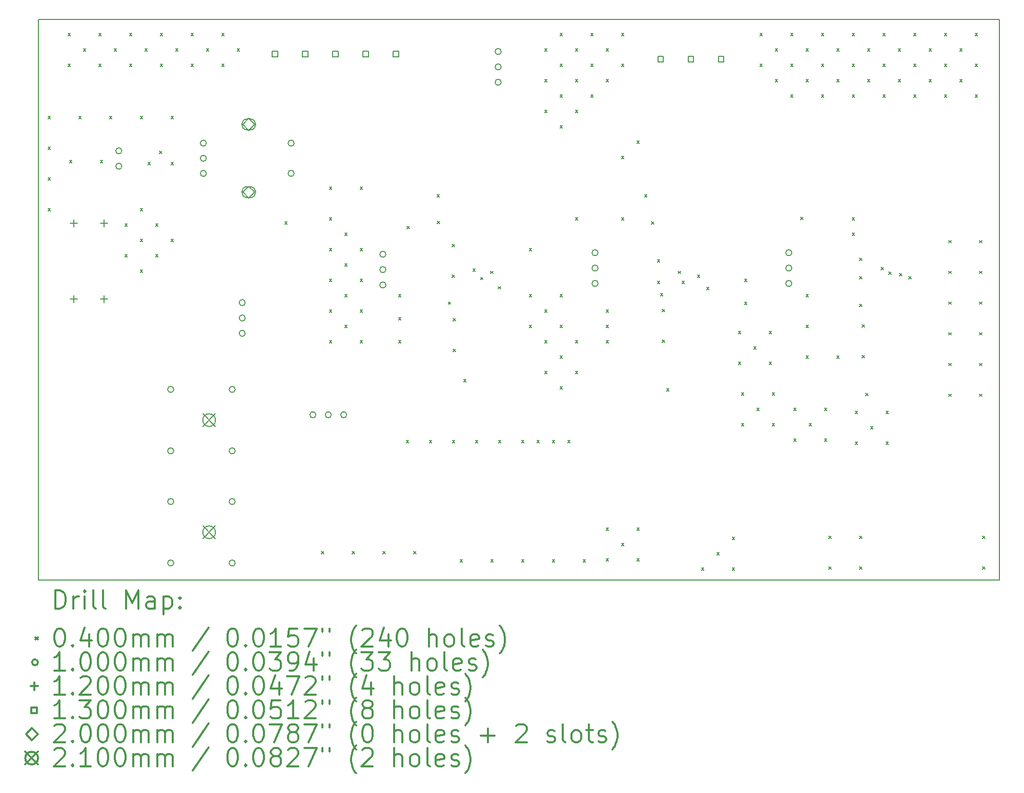
<source format=gbr>
%FSLAX45Y45*%
G04 Gerber Fmt 4.5, Leading zero omitted, Abs format (unit mm)*
G04 Created by KiCad (PCBNEW 5.1.10) date 2021-11-15 11:07:09*
%MOMM*%
%LPD*%
G01*
G04 APERTURE LIST*
%TA.AperFunction,Profile*%
%ADD10C,0.150000*%
%TD*%
%ADD11C,0.200000*%
%ADD12C,0.300000*%
G04 APERTURE END LIST*
D10*
X19939000Y-6096000D02*
X19939000Y-15367000D01*
X4064000Y-15367000D02*
X4064000Y-6096000D01*
X19939000Y-15367000D02*
X4064000Y-15367000D01*
X4064000Y-6096000D02*
X19939000Y-6096000D01*
D11*
X4221800Y-7701600D02*
X4261800Y-7741600D01*
X4261800Y-7701600D02*
X4221800Y-7741600D01*
X4221800Y-8209600D02*
X4261800Y-8249600D01*
X4261800Y-8209600D02*
X4221800Y-8249600D01*
X4221800Y-8717600D02*
X4261800Y-8757600D01*
X4261800Y-8717600D02*
X4221800Y-8757600D01*
X4221800Y-9225600D02*
X4261800Y-9265600D01*
X4261800Y-9225600D02*
X4221800Y-9265600D01*
X4552000Y-6330000D02*
X4592000Y-6370000D01*
X4592000Y-6330000D02*
X4552000Y-6370000D01*
X4552000Y-6838000D02*
X4592000Y-6878000D01*
X4592000Y-6838000D02*
X4552000Y-6878000D01*
X4575800Y-8429600D02*
X4615800Y-8469600D01*
X4615800Y-8429600D02*
X4575800Y-8469600D01*
X4729800Y-7701600D02*
X4769800Y-7741600D01*
X4769800Y-7701600D02*
X4729800Y-7741600D01*
X4806000Y-6584000D02*
X4846000Y-6624000D01*
X4846000Y-6584000D02*
X4806000Y-6624000D01*
X5060000Y-6330000D02*
X5100000Y-6370000D01*
X5100000Y-6330000D02*
X5060000Y-6370000D01*
X5060000Y-6838000D02*
X5100000Y-6878000D01*
X5100000Y-6838000D02*
X5060000Y-6878000D01*
X5083800Y-8429600D02*
X5123800Y-8469600D01*
X5123800Y-8429600D02*
X5083800Y-8469600D01*
X5237800Y-7701600D02*
X5277800Y-7741600D01*
X5277800Y-7701600D02*
X5237800Y-7741600D01*
X5314000Y-6584000D02*
X5354000Y-6624000D01*
X5354000Y-6584000D02*
X5314000Y-6624000D01*
X5491800Y-9479600D02*
X5531800Y-9519600D01*
X5531800Y-9479600D02*
X5491800Y-9519600D01*
X5491800Y-9987600D02*
X5531800Y-10027600D01*
X5531800Y-9987600D02*
X5491800Y-10027600D01*
X5568000Y-6330000D02*
X5608000Y-6370000D01*
X5608000Y-6330000D02*
X5568000Y-6370000D01*
X5568000Y-6838000D02*
X5608000Y-6878000D01*
X5608000Y-6838000D02*
X5568000Y-6878000D01*
X5745800Y-7701600D02*
X5785800Y-7741600D01*
X5785800Y-7701600D02*
X5745800Y-7741600D01*
X5745800Y-9225600D02*
X5785800Y-9265600D01*
X5785800Y-9225600D02*
X5745800Y-9265600D01*
X5745800Y-9733600D02*
X5785800Y-9773600D01*
X5785800Y-9733600D02*
X5745800Y-9773600D01*
X5745800Y-10241600D02*
X5785800Y-10281600D01*
X5785800Y-10241600D02*
X5745800Y-10281600D01*
X5822000Y-6584000D02*
X5862000Y-6624000D01*
X5862000Y-6584000D02*
X5822000Y-6624000D01*
X5872800Y-8463600D02*
X5912800Y-8503600D01*
X5912800Y-8463600D02*
X5872800Y-8503600D01*
X5999800Y-9479600D02*
X6039800Y-9519600D01*
X6039800Y-9479600D02*
X5999800Y-9519600D01*
X5999800Y-9987600D02*
X6039800Y-10027600D01*
X6039800Y-9987600D02*
X5999800Y-10027600D01*
X6063300Y-8273100D02*
X6103300Y-8313100D01*
X6103300Y-8273100D02*
X6063300Y-8313100D01*
X6076000Y-6330000D02*
X6116000Y-6370000D01*
X6116000Y-6330000D02*
X6076000Y-6370000D01*
X6076000Y-6838000D02*
X6116000Y-6878000D01*
X6116000Y-6838000D02*
X6076000Y-6878000D01*
X6253800Y-7701600D02*
X6293800Y-7741600D01*
X6293800Y-7701600D02*
X6253800Y-7741600D01*
X6253800Y-8463600D02*
X6293800Y-8503600D01*
X6293800Y-8463600D02*
X6253800Y-8503600D01*
X6253800Y-9733600D02*
X6293800Y-9773600D01*
X6293800Y-9733600D02*
X6253800Y-9773600D01*
X6330000Y-6584000D02*
X6370000Y-6624000D01*
X6370000Y-6584000D02*
X6330000Y-6624000D01*
X6584000Y-6330000D02*
X6624000Y-6370000D01*
X6624000Y-6330000D02*
X6584000Y-6370000D01*
X6584000Y-6838000D02*
X6624000Y-6878000D01*
X6624000Y-6838000D02*
X6584000Y-6878000D01*
X6838000Y-6584000D02*
X6878000Y-6624000D01*
X6878000Y-6584000D02*
X6838000Y-6624000D01*
X7092000Y-6330000D02*
X7132000Y-6370000D01*
X7132000Y-6330000D02*
X7092000Y-6370000D01*
X7092000Y-6838000D02*
X7132000Y-6878000D01*
X7132000Y-6838000D02*
X7092000Y-6878000D01*
X7346000Y-6584000D02*
X7386000Y-6624000D01*
X7386000Y-6584000D02*
X7346000Y-6624000D01*
X8131800Y-9445600D02*
X8171800Y-9485600D01*
X8171800Y-9445600D02*
X8131800Y-9485600D01*
X8737920Y-14894880D02*
X8777920Y-14934880D01*
X8777920Y-14894880D02*
X8737920Y-14934880D01*
X8870000Y-8870000D02*
X8910000Y-8910000D01*
X8910000Y-8870000D02*
X8870000Y-8910000D01*
X8870000Y-9378000D02*
X8910000Y-9418000D01*
X8910000Y-9378000D02*
X8870000Y-9418000D01*
X8870000Y-9886000D02*
X8910000Y-9926000D01*
X8910000Y-9886000D02*
X8870000Y-9926000D01*
X8870000Y-10394000D02*
X8910000Y-10434000D01*
X8910000Y-10394000D02*
X8870000Y-10434000D01*
X8870000Y-10902000D02*
X8910000Y-10942000D01*
X8910000Y-10902000D02*
X8870000Y-10942000D01*
X8870000Y-11410000D02*
X8910000Y-11450000D01*
X8910000Y-11410000D02*
X8870000Y-11450000D01*
X9124000Y-9632000D02*
X9164000Y-9672000D01*
X9164000Y-9632000D02*
X9124000Y-9672000D01*
X9124000Y-10140000D02*
X9164000Y-10180000D01*
X9164000Y-10140000D02*
X9124000Y-10180000D01*
X9124000Y-10648000D02*
X9164000Y-10688000D01*
X9164000Y-10648000D02*
X9124000Y-10688000D01*
X9124000Y-11156000D02*
X9164000Y-11196000D01*
X9164000Y-11156000D02*
X9124000Y-11196000D01*
X9245920Y-14894880D02*
X9285920Y-14934880D01*
X9285920Y-14894880D02*
X9245920Y-14934880D01*
X9378000Y-8870000D02*
X9418000Y-8910000D01*
X9418000Y-8870000D02*
X9378000Y-8910000D01*
X9378000Y-9886000D02*
X9418000Y-9926000D01*
X9418000Y-9886000D02*
X9378000Y-9926000D01*
X9378000Y-10394000D02*
X9418000Y-10434000D01*
X9418000Y-10394000D02*
X9378000Y-10434000D01*
X9378000Y-10902000D02*
X9418000Y-10942000D01*
X9418000Y-10902000D02*
X9378000Y-10942000D01*
X9378000Y-11410000D02*
X9418000Y-11450000D01*
X9418000Y-11410000D02*
X9378000Y-11450000D01*
X9753920Y-14894880D02*
X9793920Y-14934880D01*
X9793920Y-14894880D02*
X9753920Y-14934880D01*
X10013000Y-10648000D02*
X10053000Y-10688000D01*
X10053000Y-10648000D02*
X10013000Y-10688000D01*
X10013000Y-11029000D02*
X10053000Y-11069000D01*
X10053000Y-11029000D02*
X10013000Y-11069000D01*
X10013000Y-11410000D02*
X10053000Y-11450000D01*
X10053000Y-11410000D02*
X10013000Y-11450000D01*
X10140000Y-13061000D02*
X10180000Y-13101000D01*
X10180000Y-13061000D02*
X10140000Y-13101000D01*
X10152700Y-9517700D02*
X10192700Y-9557700D01*
X10192700Y-9517700D02*
X10152700Y-9557700D01*
X10261920Y-14894880D02*
X10301920Y-14934880D01*
X10301920Y-14894880D02*
X10261920Y-14934880D01*
X10521000Y-13061000D02*
X10561000Y-13101000D01*
X10561000Y-13061000D02*
X10521000Y-13101000D01*
X10648000Y-8997000D02*
X10688000Y-9037000D01*
X10688000Y-8997000D02*
X10648000Y-9037000D01*
X10654350Y-9435150D02*
X10694350Y-9475150D01*
X10694350Y-9435150D02*
X10654350Y-9475150D01*
X10833420Y-10769920D02*
X10873420Y-10809920D01*
X10873420Y-10769920D02*
X10833420Y-10809920D01*
X10896920Y-9817420D02*
X10936920Y-9857420D01*
X10936920Y-9817420D02*
X10896920Y-9857420D01*
X10896920Y-10325420D02*
X10936920Y-10365420D01*
X10936920Y-10325420D02*
X10896920Y-10365420D01*
X10902000Y-13061000D02*
X10942000Y-13101000D01*
X10942000Y-13061000D02*
X10902000Y-13101000D01*
X10914700Y-11041700D02*
X10954700Y-11081700D01*
X10954700Y-11041700D02*
X10914700Y-11081700D01*
X10914700Y-11549700D02*
X10954700Y-11589700D01*
X10954700Y-11549700D02*
X10914700Y-11589700D01*
X11029000Y-15029500D02*
X11069000Y-15069500D01*
X11069000Y-15029500D02*
X11029000Y-15069500D01*
X11087420Y-12052620D02*
X11127420Y-12092620D01*
X11127420Y-12052620D02*
X11087420Y-12092620D01*
X11239820Y-10223820D02*
X11279820Y-10263820D01*
X11279820Y-10223820D02*
X11239820Y-10263820D01*
X11283000Y-13061000D02*
X11323000Y-13101000D01*
X11323000Y-13061000D02*
X11283000Y-13101000D01*
X11366820Y-10363520D02*
X11406820Y-10403520D01*
X11406820Y-10363520D02*
X11366820Y-10403520D01*
X11531920Y-10261920D02*
X11571920Y-10301920D01*
X11571920Y-10261920D02*
X11531920Y-10301920D01*
X11537000Y-15029500D02*
X11577000Y-15069500D01*
X11577000Y-15029500D02*
X11537000Y-15069500D01*
X11658920Y-10515920D02*
X11698920Y-10555920D01*
X11698920Y-10515920D02*
X11658920Y-10555920D01*
X11664000Y-13061000D02*
X11704000Y-13101000D01*
X11704000Y-13061000D02*
X11664000Y-13101000D01*
X12045000Y-13061000D02*
X12085000Y-13101000D01*
X12085000Y-13061000D02*
X12045000Y-13101000D01*
X12045000Y-15029500D02*
X12085000Y-15069500D01*
X12085000Y-15029500D02*
X12045000Y-15069500D01*
X12172000Y-9886000D02*
X12212000Y-9926000D01*
X12212000Y-9886000D02*
X12172000Y-9926000D01*
X12172000Y-10648000D02*
X12212000Y-10688000D01*
X12212000Y-10648000D02*
X12172000Y-10688000D01*
X12172000Y-11156000D02*
X12212000Y-11196000D01*
X12212000Y-11156000D02*
X12172000Y-11196000D01*
X12299000Y-13061000D02*
X12339000Y-13101000D01*
X12339000Y-13061000D02*
X12299000Y-13101000D01*
X12426000Y-6584000D02*
X12466000Y-6624000D01*
X12466000Y-6584000D02*
X12426000Y-6624000D01*
X12426000Y-7092000D02*
X12466000Y-7132000D01*
X12466000Y-7092000D02*
X12426000Y-7132000D01*
X12426000Y-7600000D02*
X12466000Y-7640000D01*
X12466000Y-7600000D02*
X12426000Y-7640000D01*
X12426000Y-10902000D02*
X12466000Y-10942000D01*
X12466000Y-10902000D02*
X12426000Y-10942000D01*
X12426000Y-11410000D02*
X12466000Y-11450000D01*
X12466000Y-11410000D02*
X12426000Y-11450000D01*
X12426000Y-11918000D02*
X12466000Y-11958000D01*
X12466000Y-11918000D02*
X12426000Y-11958000D01*
X12553000Y-13061000D02*
X12593000Y-13101000D01*
X12593000Y-13061000D02*
X12553000Y-13101000D01*
X12553000Y-15029500D02*
X12593000Y-15069500D01*
X12593000Y-15029500D02*
X12553000Y-15069500D01*
X12680000Y-6330000D02*
X12720000Y-6370000D01*
X12720000Y-6330000D02*
X12680000Y-6370000D01*
X12680000Y-6838000D02*
X12720000Y-6878000D01*
X12720000Y-6838000D02*
X12680000Y-6878000D01*
X12680000Y-7346000D02*
X12720000Y-7386000D01*
X12720000Y-7346000D02*
X12680000Y-7386000D01*
X12680000Y-7854000D02*
X12720000Y-7894000D01*
X12720000Y-7854000D02*
X12680000Y-7894000D01*
X12680000Y-10648000D02*
X12720000Y-10688000D01*
X12720000Y-10648000D02*
X12680000Y-10688000D01*
X12680000Y-11156000D02*
X12720000Y-11196000D01*
X12720000Y-11156000D02*
X12680000Y-11196000D01*
X12680000Y-11664000D02*
X12720000Y-11704000D01*
X12720000Y-11664000D02*
X12680000Y-11704000D01*
X12680000Y-12172000D02*
X12720000Y-12212000D01*
X12720000Y-12172000D02*
X12680000Y-12212000D01*
X12807000Y-13061000D02*
X12847000Y-13101000D01*
X12847000Y-13061000D02*
X12807000Y-13101000D01*
X12934000Y-6584000D02*
X12974000Y-6624000D01*
X12974000Y-6584000D02*
X12934000Y-6624000D01*
X12934000Y-7092000D02*
X12974000Y-7132000D01*
X12974000Y-7092000D02*
X12934000Y-7132000D01*
X12934000Y-7600000D02*
X12974000Y-7640000D01*
X12974000Y-7600000D02*
X12934000Y-7640000D01*
X12934000Y-9378000D02*
X12974000Y-9418000D01*
X12974000Y-9378000D02*
X12934000Y-9418000D01*
X12934000Y-11410000D02*
X12974000Y-11450000D01*
X12974000Y-11410000D02*
X12934000Y-11450000D01*
X12934000Y-11918000D02*
X12974000Y-11958000D01*
X12974000Y-11918000D02*
X12934000Y-11958000D01*
X13061000Y-15029500D02*
X13101000Y-15069500D01*
X13101000Y-15029500D02*
X13061000Y-15069500D01*
X13188000Y-6330000D02*
X13228000Y-6370000D01*
X13228000Y-6330000D02*
X13188000Y-6370000D01*
X13188000Y-6838000D02*
X13228000Y-6878000D01*
X13228000Y-6838000D02*
X13188000Y-6878000D01*
X13188000Y-7346000D02*
X13228000Y-7386000D01*
X13228000Y-7346000D02*
X13188000Y-7386000D01*
X13442000Y-6584000D02*
X13482000Y-6624000D01*
X13482000Y-6584000D02*
X13442000Y-6624000D01*
X13442000Y-7092000D02*
X13482000Y-7132000D01*
X13482000Y-7092000D02*
X13442000Y-7132000D01*
X13442000Y-10902000D02*
X13482000Y-10942000D01*
X13482000Y-10902000D02*
X13442000Y-10942000D01*
X13442000Y-11156000D02*
X13482000Y-11196000D01*
X13482000Y-11156000D02*
X13442000Y-11196000D01*
X13442000Y-11410000D02*
X13482000Y-11450000D01*
X13482000Y-11410000D02*
X13442000Y-11450000D01*
X13442000Y-14508800D02*
X13482000Y-14548800D01*
X13482000Y-14508800D02*
X13442000Y-14548800D01*
X13442000Y-15016800D02*
X13482000Y-15056800D01*
X13482000Y-15016800D02*
X13442000Y-15056800D01*
X13696000Y-6330000D02*
X13736000Y-6370000D01*
X13736000Y-6330000D02*
X13696000Y-6370000D01*
X13696000Y-6838000D02*
X13736000Y-6878000D01*
X13736000Y-6838000D02*
X13696000Y-6878000D01*
X13696000Y-8362000D02*
X13736000Y-8402000D01*
X13736000Y-8362000D02*
X13696000Y-8402000D01*
X13696000Y-9378000D02*
X13736000Y-9418000D01*
X13736000Y-9378000D02*
X13696000Y-9418000D01*
X13696000Y-14762800D02*
X13736000Y-14802800D01*
X13736000Y-14762800D02*
X13696000Y-14802800D01*
X13950000Y-8108000D02*
X13990000Y-8148000D01*
X13990000Y-8108000D02*
X13950000Y-8148000D01*
X13950000Y-14508800D02*
X13990000Y-14548800D01*
X13990000Y-14508800D02*
X13950000Y-14548800D01*
X13950000Y-15016800D02*
X13990000Y-15056800D01*
X13990000Y-15016800D02*
X13950000Y-15056800D01*
X14077000Y-8997000D02*
X14117000Y-9037000D01*
X14117000Y-8997000D02*
X14077000Y-9037000D01*
X14192220Y-9442420D02*
X14232220Y-9482420D01*
X14232220Y-9442420D02*
X14192220Y-9482420D01*
X14287820Y-10071420D02*
X14327820Y-10111420D01*
X14327820Y-10071420D02*
X14287820Y-10111420D01*
X14287820Y-10427020D02*
X14327820Y-10467020D01*
X14327820Y-10427020D02*
X14287820Y-10467020D01*
X14338620Y-10630220D02*
X14378620Y-10670220D01*
X14378620Y-10630220D02*
X14338620Y-10670220D01*
X14369100Y-10889300D02*
X14409100Y-10929300D01*
X14409100Y-10889300D02*
X14369100Y-10929300D01*
X14369100Y-11397300D02*
X14409100Y-11437300D01*
X14409100Y-11397300D02*
X14369100Y-11437300D01*
X14440220Y-12205020D02*
X14480220Y-12245020D01*
X14480220Y-12205020D02*
X14440220Y-12245020D01*
X14630720Y-10261920D02*
X14670720Y-10301920D01*
X14670720Y-10261920D02*
X14630720Y-10301920D01*
X14694220Y-10427020D02*
X14734220Y-10467020D01*
X14734220Y-10427020D02*
X14694220Y-10467020D01*
X14948220Y-10325420D02*
X14988220Y-10365420D01*
X14988220Y-10325420D02*
X14948220Y-10365420D01*
X15016800Y-15169200D02*
X15056800Y-15209200D01*
X15056800Y-15169200D02*
X15016800Y-15209200D01*
X15100620Y-10528620D02*
X15140620Y-10568620D01*
X15140620Y-10528620D02*
X15100620Y-10568620D01*
X15270800Y-14915200D02*
X15310800Y-14955200D01*
X15310800Y-14915200D02*
X15270800Y-14955200D01*
X15524800Y-14661200D02*
X15564800Y-14701200D01*
X15564800Y-14661200D02*
X15524800Y-14701200D01*
X15524800Y-15169200D02*
X15564800Y-15209200D01*
X15564800Y-15169200D02*
X15524800Y-15209200D01*
X15626400Y-11257600D02*
X15666400Y-11297600D01*
X15666400Y-11257600D02*
X15626400Y-11297600D01*
X15626400Y-11765600D02*
X15666400Y-11805600D01*
X15666400Y-11765600D02*
X15626400Y-11805600D01*
X15677200Y-12273600D02*
X15717200Y-12313600D01*
X15717200Y-12273600D02*
X15677200Y-12313600D01*
X15677200Y-12781600D02*
X15717200Y-12821600D01*
X15717200Y-12781600D02*
X15677200Y-12821600D01*
X15728000Y-10394000D02*
X15768000Y-10434000D01*
X15768000Y-10394000D02*
X15728000Y-10434000D01*
X15728000Y-10775000D02*
X15768000Y-10815000D01*
X15768000Y-10775000D02*
X15728000Y-10815000D01*
X15880400Y-11511600D02*
X15920400Y-11551600D01*
X15920400Y-11511600D02*
X15880400Y-11551600D01*
X15931200Y-12527600D02*
X15971200Y-12567600D01*
X15971200Y-12527600D02*
X15931200Y-12567600D01*
X15982000Y-6330000D02*
X16022000Y-6370000D01*
X16022000Y-6330000D02*
X15982000Y-6370000D01*
X15982000Y-6838000D02*
X16022000Y-6878000D01*
X16022000Y-6838000D02*
X15982000Y-6878000D01*
X16134400Y-11257600D02*
X16174400Y-11297600D01*
X16174400Y-11257600D02*
X16134400Y-11297600D01*
X16134400Y-11765600D02*
X16174400Y-11805600D01*
X16174400Y-11765600D02*
X16134400Y-11805600D01*
X16185200Y-12273600D02*
X16225200Y-12313600D01*
X16225200Y-12273600D02*
X16185200Y-12313600D01*
X16185200Y-12781600D02*
X16225200Y-12821600D01*
X16225200Y-12781600D02*
X16185200Y-12821600D01*
X16236000Y-6584000D02*
X16276000Y-6624000D01*
X16276000Y-6584000D02*
X16236000Y-6624000D01*
X16236000Y-7092000D02*
X16276000Y-7132000D01*
X16276000Y-7092000D02*
X16236000Y-7132000D01*
X16490000Y-6330000D02*
X16530000Y-6370000D01*
X16530000Y-6330000D02*
X16490000Y-6370000D01*
X16490000Y-6838000D02*
X16530000Y-6878000D01*
X16530000Y-6838000D02*
X16490000Y-6878000D01*
X16490000Y-7346000D02*
X16530000Y-7386000D01*
X16530000Y-7346000D02*
X16490000Y-7386000D01*
X16540800Y-12527600D02*
X16580800Y-12567600D01*
X16580800Y-12527600D02*
X16540800Y-12567600D01*
X16540800Y-13035600D02*
X16580800Y-13075600D01*
X16580800Y-13035600D02*
X16540800Y-13075600D01*
X16655100Y-9365300D02*
X16695100Y-9405300D01*
X16695100Y-9365300D02*
X16655100Y-9405300D01*
X16744000Y-6584000D02*
X16784000Y-6624000D01*
X16784000Y-6584000D02*
X16744000Y-6624000D01*
X16744000Y-7092000D02*
X16784000Y-7132000D01*
X16784000Y-7092000D02*
X16744000Y-7132000D01*
X16744000Y-10648000D02*
X16784000Y-10688000D01*
X16784000Y-10648000D02*
X16744000Y-10688000D01*
X16744000Y-11156000D02*
X16784000Y-11196000D01*
X16784000Y-11156000D02*
X16744000Y-11196000D01*
X16744000Y-11664000D02*
X16784000Y-11704000D01*
X16784000Y-11664000D02*
X16744000Y-11704000D01*
X16794800Y-12781600D02*
X16834800Y-12821600D01*
X16834800Y-12781600D02*
X16794800Y-12821600D01*
X16998000Y-6330000D02*
X17038000Y-6370000D01*
X17038000Y-6330000D02*
X16998000Y-6370000D01*
X16998000Y-6838000D02*
X17038000Y-6878000D01*
X17038000Y-6838000D02*
X16998000Y-6878000D01*
X16998000Y-7346000D02*
X17038000Y-7386000D01*
X17038000Y-7346000D02*
X16998000Y-7386000D01*
X17048800Y-12527600D02*
X17088800Y-12567600D01*
X17088800Y-12527600D02*
X17048800Y-12567600D01*
X17048800Y-13035600D02*
X17088800Y-13075600D01*
X17088800Y-13035600D02*
X17048800Y-13075600D01*
X17119920Y-14640880D02*
X17159920Y-14680880D01*
X17159920Y-14640880D02*
X17119920Y-14680880D01*
X17119920Y-15148880D02*
X17159920Y-15188880D01*
X17159920Y-15148880D02*
X17119920Y-15188880D01*
X17252000Y-6584000D02*
X17292000Y-6624000D01*
X17292000Y-6584000D02*
X17252000Y-6624000D01*
X17252000Y-7092000D02*
X17292000Y-7132000D01*
X17292000Y-7092000D02*
X17252000Y-7132000D01*
X17252000Y-11664000D02*
X17292000Y-11704000D01*
X17292000Y-11664000D02*
X17252000Y-11704000D01*
X17506000Y-6330000D02*
X17546000Y-6370000D01*
X17546000Y-6330000D02*
X17506000Y-6370000D01*
X17506000Y-6838000D02*
X17546000Y-6878000D01*
X17546000Y-6838000D02*
X17506000Y-6878000D01*
X17506000Y-7346000D02*
X17546000Y-7386000D01*
X17546000Y-7346000D02*
X17506000Y-7386000D01*
X17506000Y-9378000D02*
X17546000Y-9418000D01*
X17546000Y-9378000D02*
X17506000Y-9418000D01*
X17506000Y-9632000D02*
X17546000Y-9672000D01*
X17546000Y-9632000D02*
X17506000Y-9672000D01*
X17556800Y-12578400D02*
X17596800Y-12618400D01*
X17596800Y-12578400D02*
X17556800Y-12618400D01*
X17556800Y-13086400D02*
X17596800Y-13126400D01*
X17596800Y-13086400D02*
X17556800Y-13126400D01*
X17627920Y-10046020D02*
X17667920Y-10086020D01*
X17667920Y-10046020D02*
X17627920Y-10086020D01*
X17627920Y-10350820D02*
X17667920Y-10390820D01*
X17667920Y-10350820D02*
X17627920Y-10390820D01*
X17627920Y-10808020D02*
X17667920Y-10848020D01*
X17667920Y-10808020D02*
X17627920Y-10848020D01*
X17627920Y-14640880D02*
X17667920Y-14680880D01*
X17667920Y-14640880D02*
X17627920Y-14680880D01*
X17627920Y-15148880D02*
X17667920Y-15188880D01*
X17667920Y-15148880D02*
X17627920Y-15188880D01*
X17671100Y-11143300D02*
X17711100Y-11183300D01*
X17711100Y-11143300D02*
X17671100Y-11183300D01*
X17671100Y-11651300D02*
X17711100Y-11691300D01*
X17711100Y-11651300D02*
X17671100Y-11691300D01*
X17729520Y-12281220D02*
X17769520Y-12321220D01*
X17769520Y-12281220D02*
X17729520Y-12321220D01*
X17760000Y-6584000D02*
X17800000Y-6624000D01*
X17800000Y-6584000D02*
X17760000Y-6624000D01*
X17760000Y-7092000D02*
X17800000Y-7132000D01*
X17800000Y-7092000D02*
X17760000Y-7132000D01*
X17810800Y-12832400D02*
X17850800Y-12872400D01*
X17850800Y-12832400D02*
X17810800Y-12872400D01*
X17983520Y-10198420D02*
X18023520Y-10238420D01*
X18023520Y-10198420D02*
X17983520Y-10238420D01*
X18014000Y-6330000D02*
X18054000Y-6370000D01*
X18054000Y-6330000D02*
X18014000Y-6370000D01*
X18014000Y-6838000D02*
X18054000Y-6878000D01*
X18054000Y-6838000D02*
X18014000Y-6878000D01*
X18014000Y-7346000D02*
X18054000Y-7386000D01*
X18054000Y-7346000D02*
X18014000Y-7386000D01*
X18064800Y-12578400D02*
X18104800Y-12618400D01*
X18104800Y-12578400D02*
X18064800Y-12618400D01*
X18064800Y-13086400D02*
X18104800Y-13126400D01*
X18104800Y-13086400D02*
X18064800Y-13126400D01*
X18110520Y-10274620D02*
X18150520Y-10314620D01*
X18150520Y-10274620D02*
X18110520Y-10314620D01*
X18268000Y-6584000D02*
X18308000Y-6624000D01*
X18308000Y-6584000D02*
X18268000Y-6624000D01*
X18268000Y-7092000D02*
X18308000Y-7132000D01*
X18308000Y-7092000D02*
X18268000Y-7132000D01*
X18288320Y-10300020D02*
X18328320Y-10340020D01*
X18328320Y-10300020D02*
X18288320Y-10340020D01*
X18440720Y-10350820D02*
X18480720Y-10390820D01*
X18480720Y-10350820D02*
X18440720Y-10390820D01*
X18522000Y-6330000D02*
X18562000Y-6370000D01*
X18562000Y-6330000D02*
X18522000Y-6370000D01*
X18522000Y-6838000D02*
X18562000Y-6878000D01*
X18562000Y-6838000D02*
X18522000Y-6878000D01*
X18522000Y-7346000D02*
X18562000Y-7386000D01*
X18562000Y-7346000D02*
X18522000Y-7386000D01*
X18776000Y-6584000D02*
X18816000Y-6624000D01*
X18816000Y-6584000D02*
X18776000Y-6624000D01*
X18776000Y-7092000D02*
X18816000Y-7132000D01*
X18816000Y-7092000D02*
X18776000Y-7132000D01*
X19030000Y-6330000D02*
X19070000Y-6370000D01*
X19070000Y-6330000D02*
X19030000Y-6370000D01*
X19030000Y-6838000D02*
X19070000Y-6878000D01*
X19070000Y-6838000D02*
X19030000Y-6878000D01*
X19030000Y-7346000D02*
X19070000Y-7386000D01*
X19070000Y-7346000D02*
X19030000Y-7386000D01*
X19101120Y-9753920D02*
X19141120Y-9793920D01*
X19141120Y-9753920D02*
X19101120Y-9793920D01*
X19101120Y-10261920D02*
X19141120Y-10301920D01*
X19141120Y-10261920D02*
X19101120Y-10301920D01*
X19101120Y-10769920D02*
X19141120Y-10809920D01*
X19141120Y-10769920D02*
X19101120Y-10809920D01*
X19101120Y-11277920D02*
X19141120Y-11317920D01*
X19141120Y-11277920D02*
X19101120Y-11317920D01*
X19101120Y-11785920D02*
X19141120Y-11825920D01*
X19141120Y-11785920D02*
X19101120Y-11825920D01*
X19101120Y-12293920D02*
X19141120Y-12333920D01*
X19141120Y-12293920D02*
X19101120Y-12333920D01*
X19284000Y-6584000D02*
X19324000Y-6624000D01*
X19324000Y-6584000D02*
X19284000Y-6624000D01*
X19284000Y-7092000D02*
X19324000Y-7132000D01*
X19324000Y-7092000D02*
X19284000Y-7132000D01*
X19538000Y-6330000D02*
X19578000Y-6370000D01*
X19578000Y-6330000D02*
X19538000Y-6370000D01*
X19538000Y-6838000D02*
X19578000Y-6878000D01*
X19578000Y-6838000D02*
X19538000Y-6878000D01*
X19538000Y-7346000D02*
X19578000Y-7386000D01*
X19578000Y-7346000D02*
X19538000Y-7386000D01*
X19609120Y-9753920D02*
X19649120Y-9793920D01*
X19649120Y-9753920D02*
X19609120Y-9793920D01*
X19609120Y-10261920D02*
X19649120Y-10301920D01*
X19649120Y-10261920D02*
X19609120Y-10301920D01*
X19609120Y-10769920D02*
X19649120Y-10809920D01*
X19649120Y-10769920D02*
X19609120Y-10809920D01*
X19609120Y-11277920D02*
X19649120Y-11317920D01*
X19649120Y-11277920D02*
X19609120Y-11317920D01*
X19609120Y-11785920D02*
X19649120Y-11825920D01*
X19649120Y-11785920D02*
X19609120Y-11825920D01*
X19609120Y-12293920D02*
X19649120Y-12333920D01*
X19649120Y-12293920D02*
X19609120Y-12333920D01*
X19659920Y-14640880D02*
X19699920Y-14680880D01*
X19699920Y-14640880D02*
X19659920Y-14680880D01*
X19659920Y-15148880D02*
X19699920Y-15188880D01*
X19699920Y-15148880D02*
X19659920Y-15188880D01*
X5440820Y-8271800D02*
G75*
G03*
X5440820Y-8271800I-50000J0D01*
G01*
X5440820Y-8525800D02*
G75*
G03*
X5440820Y-8525800I-50000J0D01*
G01*
X6298400Y-12217400D02*
G75*
G03*
X6298400Y-12217400I-50000J0D01*
G01*
X6298400Y-13233400D02*
G75*
G03*
X6298400Y-13233400I-50000J0D01*
G01*
X6298400Y-14071600D02*
G75*
G03*
X6298400Y-14071600I-50000J0D01*
G01*
X6298400Y-15087600D02*
G75*
G03*
X6298400Y-15087600I-50000J0D01*
G01*
X6837820Y-8144800D02*
G75*
G03*
X6837820Y-8144800I-50000J0D01*
G01*
X6837820Y-8394800D02*
G75*
G03*
X6837820Y-8394800I-50000J0D01*
G01*
X6837820Y-8644800D02*
G75*
G03*
X6837820Y-8644800I-50000J0D01*
G01*
X7314400Y-12217400D02*
G75*
G03*
X7314400Y-12217400I-50000J0D01*
G01*
X7314400Y-13233400D02*
G75*
G03*
X7314400Y-13233400I-50000J0D01*
G01*
X7314400Y-14071600D02*
G75*
G03*
X7314400Y-14071600I-50000J0D01*
G01*
X7314400Y-15087600D02*
G75*
G03*
X7314400Y-15087600I-50000J0D01*
G01*
X7480440Y-10781320D02*
G75*
G03*
X7480440Y-10781320I-50000J0D01*
G01*
X7480440Y-11035320D02*
G75*
G03*
X7480440Y-11035320I-50000J0D01*
G01*
X7480440Y-11289320D02*
G75*
G03*
X7480440Y-11289320I-50000J0D01*
G01*
X8287820Y-8144800D02*
G75*
G03*
X8287820Y-8144800I-50000J0D01*
G01*
X8287820Y-8644800D02*
G75*
G03*
X8287820Y-8644800I-50000J0D01*
G01*
X8647900Y-12636500D02*
G75*
G03*
X8647900Y-12636500I-50000J0D01*
G01*
X8901900Y-12636500D02*
G75*
G03*
X8901900Y-12636500I-50000J0D01*
G01*
X9155900Y-12636500D02*
G75*
G03*
X9155900Y-12636500I-50000J0D01*
G01*
X9803600Y-9982200D02*
G75*
G03*
X9803600Y-9982200I-50000J0D01*
G01*
X9803600Y-10236200D02*
G75*
G03*
X9803600Y-10236200I-50000J0D01*
G01*
X9803600Y-10490200D02*
G75*
G03*
X9803600Y-10490200I-50000J0D01*
G01*
X11708600Y-6629400D02*
G75*
G03*
X11708600Y-6629400I-50000J0D01*
G01*
X11708600Y-6883400D02*
G75*
G03*
X11708600Y-6883400I-50000J0D01*
G01*
X11708600Y-7137400D02*
G75*
G03*
X11708600Y-7137400I-50000J0D01*
G01*
X13308800Y-9956800D02*
G75*
G03*
X13308800Y-9956800I-50000J0D01*
G01*
X13308800Y-10210800D02*
G75*
G03*
X13308800Y-10210800I-50000J0D01*
G01*
X13308800Y-10464800D02*
G75*
G03*
X13308800Y-10464800I-50000J0D01*
G01*
X16509200Y-9956800D02*
G75*
G03*
X16509200Y-9956800I-50000J0D01*
G01*
X16509200Y-10210800D02*
G75*
G03*
X16509200Y-10210800I-50000J0D01*
G01*
X16509200Y-10464800D02*
G75*
G03*
X16509200Y-10464800I-50000J0D01*
G01*
X4648200Y-9408800D02*
X4648200Y-9528800D01*
X4588200Y-9468800D02*
X4708200Y-9468800D01*
X4648200Y-10658800D02*
X4648200Y-10778800D01*
X4588200Y-10718800D02*
X4708200Y-10718800D01*
X5148200Y-9408800D02*
X5148200Y-9528800D01*
X5088200Y-9468800D02*
X5208200Y-9468800D01*
X5148200Y-10658800D02*
X5148200Y-10778800D01*
X5088200Y-10718800D02*
X5208200Y-10718800D01*
X8018002Y-6716002D02*
X8018002Y-6624078D01*
X7926078Y-6624078D01*
X7926078Y-6716002D01*
X8018002Y-6716002D01*
X8518002Y-6716002D02*
X8518002Y-6624078D01*
X8426078Y-6624078D01*
X8426078Y-6716002D01*
X8518002Y-6716002D01*
X9018002Y-6716002D02*
X9018002Y-6624078D01*
X8926078Y-6624078D01*
X8926078Y-6716002D01*
X9018002Y-6716002D01*
X9518002Y-6716002D02*
X9518002Y-6624078D01*
X9426078Y-6624078D01*
X9426078Y-6716002D01*
X9518002Y-6716002D01*
X10018002Y-6716002D02*
X10018002Y-6624078D01*
X9926078Y-6624078D01*
X9926078Y-6716002D01*
X10018002Y-6716002D01*
X14387562Y-6802362D02*
X14387562Y-6710438D01*
X14295638Y-6710438D01*
X14295638Y-6802362D01*
X14387562Y-6802362D01*
X14887562Y-6802362D02*
X14887562Y-6710438D01*
X14795638Y-6710438D01*
X14795638Y-6802362D01*
X14887562Y-6802362D01*
X15387562Y-6802362D02*
X15387562Y-6710438D01*
X15295638Y-6710438D01*
X15295638Y-6802362D01*
X15387562Y-6802362D01*
X7537820Y-7934800D02*
X7637820Y-7834800D01*
X7537820Y-7734800D01*
X7437820Y-7834800D01*
X7537820Y-7934800D01*
X7512820Y-7924800D02*
X7562820Y-7924800D01*
X7512820Y-7744800D02*
X7562820Y-7744800D01*
X7562820Y-7924800D02*
G75*
G03*
X7562820Y-7744800I0J90000D01*
G01*
X7512820Y-7744800D02*
G75*
G03*
X7512820Y-7924800I0J-90000D01*
G01*
X7537820Y-9054800D02*
X7637820Y-8954800D01*
X7537820Y-8854800D01*
X7437820Y-8954800D01*
X7537820Y-9054800D01*
X7512820Y-9044800D02*
X7562820Y-9044800D01*
X7512820Y-8864800D02*
X7562820Y-8864800D01*
X7562820Y-9044800D02*
G75*
G03*
X7562820Y-8864800I0J90000D01*
G01*
X7512820Y-8864800D02*
G75*
G03*
X7512820Y-9044800I0J-90000D01*
G01*
X6778400Y-12620400D02*
X6988400Y-12830400D01*
X6988400Y-12620400D02*
X6778400Y-12830400D01*
X6988400Y-12725400D02*
G75*
G03*
X6988400Y-12725400I-105000J0D01*
G01*
X6778400Y-14474600D02*
X6988400Y-14684600D01*
X6988400Y-14474600D02*
X6778400Y-14684600D01*
X6988400Y-14579600D02*
G75*
G03*
X6988400Y-14579600I-105000J0D01*
G01*
D12*
X4342928Y-15840214D02*
X4342928Y-15540214D01*
X4414357Y-15540214D01*
X4457214Y-15554500D01*
X4485786Y-15583071D01*
X4500071Y-15611643D01*
X4514357Y-15668786D01*
X4514357Y-15711643D01*
X4500071Y-15768786D01*
X4485786Y-15797357D01*
X4457214Y-15825929D01*
X4414357Y-15840214D01*
X4342928Y-15840214D01*
X4642928Y-15840214D02*
X4642928Y-15640214D01*
X4642928Y-15697357D02*
X4657214Y-15668786D01*
X4671500Y-15654500D01*
X4700071Y-15640214D01*
X4728643Y-15640214D01*
X4828643Y-15840214D02*
X4828643Y-15640214D01*
X4828643Y-15540214D02*
X4814357Y-15554500D01*
X4828643Y-15568786D01*
X4842928Y-15554500D01*
X4828643Y-15540214D01*
X4828643Y-15568786D01*
X5014357Y-15840214D02*
X4985786Y-15825929D01*
X4971500Y-15797357D01*
X4971500Y-15540214D01*
X5171500Y-15840214D02*
X5142928Y-15825929D01*
X5128643Y-15797357D01*
X5128643Y-15540214D01*
X5514357Y-15840214D02*
X5514357Y-15540214D01*
X5614357Y-15754500D01*
X5714357Y-15540214D01*
X5714357Y-15840214D01*
X5985786Y-15840214D02*
X5985786Y-15683071D01*
X5971500Y-15654500D01*
X5942928Y-15640214D01*
X5885786Y-15640214D01*
X5857214Y-15654500D01*
X5985786Y-15825929D02*
X5957214Y-15840214D01*
X5885786Y-15840214D01*
X5857214Y-15825929D01*
X5842928Y-15797357D01*
X5842928Y-15768786D01*
X5857214Y-15740214D01*
X5885786Y-15725929D01*
X5957214Y-15725929D01*
X5985786Y-15711643D01*
X6128643Y-15640214D02*
X6128643Y-15940214D01*
X6128643Y-15654500D02*
X6157214Y-15640214D01*
X6214357Y-15640214D01*
X6242928Y-15654500D01*
X6257214Y-15668786D01*
X6271500Y-15697357D01*
X6271500Y-15783071D01*
X6257214Y-15811643D01*
X6242928Y-15825929D01*
X6214357Y-15840214D01*
X6157214Y-15840214D01*
X6128643Y-15825929D01*
X6400071Y-15811643D02*
X6414357Y-15825929D01*
X6400071Y-15840214D01*
X6385786Y-15825929D01*
X6400071Y-15811643D01*
X6400071Y-15840214D01*
X6400071Y-15654500D02*
X6414357Y-15668786D01*
X6400071Y-15683071D01*
X6385786Y-15668786D01*
X6400071Y-15654500D01*
X6400071Y-15683071D01*
X4016500Y-16314500D02*
X4056500Y-16354500D01*
X4056500Y-16314500D02*
X4016500Y-16354500D01*
X4400071Y-16170214D02*
X4428643Y-16170214D01*
X4457214Y-16184500D01*
X4471500Y-16198786D01*
X4485786Y-16227357D01*
X4500071Y-16284500D01*
X4500071Y-16355929D01*
X4485786Y-16413071D01*
X4471500Y-16441643D01*
X4457214Y-16455929D01*
X4428643Y-16470214D01*
X4400071Y-16470214D01*
X4371500Y-16455929D01*
X4357214Y-16441643D01*
X4342928Y-16413071D01*
X4328643Y-16355929D01*
X4328643Y-16284500D01*
X4342928Y-16227357D01*
X4357214Y-16198786D01*
X4371500Y-16184500D01*
X4400071Y-16170214D01*
X4628643Y-16441643D02*
X4642928Y-16455929D01*
X4628643Y-16470214D01*
X4614357Y-16455929D01*
X4628643Y-16441643D01*
X4628643Y-16470214D01*
X4900071Y-16270214D02*
X4900071Y-16470214D01*
X4828643Y-16155929D02*
X4757214Y-16370214D01*
X4942928Y-16370214D01*
X5114357Y-16170214D02*
X5142928Y-16170214D01*
X5171500Y-16184500D01*
X5185786Y-16198786D01*
X5200071Y-16227357D01*
X5214357Y-16284500D01*
X5214357Y-16355929D01*
X5200071Y-16413071D01*
X5185786Y-16441643D01*
X5171500Y-16455929D01*
X5142928Y-16470214D01*
X5114357Y-16470214D01*
X5085786Y-16455929D01*
X5071500Y-16441643D01*
X5057214Y-16413071D01*
X5042928Y-16355929D01*
X5042928Y-16284500D01*
X5057214Y-16227357D01*
X5071500Y-16198786D01*
X5085786Y-16184500D01*
X5114357Y-16170214D01*
X5400071Y-16170214D02*
X5428643Y-16170214D01*
X5457214Y-16184500D01*
X5471500Y-16198786D01*
X5485786Y-16227357D01*
X5500071Y-16284500D01*
X5500071Y-16355929D01*
X5485786Y-16413071D01*
X5471500Y-16441643D01*
X5457214Y-16455929D01*
X5428643Y-16470214D01*
X5400071Y-16470214D01*
X5371500Y-16455929D01*
X5357214Y-16441643D01*
X5342928Y-16413071D01*
X5328643Y-16355929D01*
X5328643Y-16284500D01*
X5342928Y-16227357D01*
X5357214Y-16198786D01*
X5371500Y-16184500D01*
X5400071Y-16170214D01*
X5628643Y-16470214D02*
X5628643Y-16270214D01*
X5628643Y-16298786D02*
X5642928Y-16284500D01*
X5671500Y-16270214D01*
X5714357Y-16270214D01*
X5742928Y-16284500D01*
X5757214Y-16313071D01*
X5757214Y-16470214D01*
X5757214Y-16313071D02*
X5771500Y-16284500D01*
X5800071Y-16270214D01*
X5842928Y-16270214D01*
X5871500Y-16284500D01*
X5885786Y-16313071D01*
X5885786Y-16470214D01*
X6028643Y-16470214D02*
X6028643Y-16270214D01*
X6028643Y-16298786D02*
X6042928Y-16284500D01*
X6071500Y-16270214D01*
X6114357Y-16270214D01*
X6142928Y-16284500D01*
X6157214Y-16313071D01*
X6157214Y-16470214D01*
X6157214Y-16313071D02*
X6171500Y-16284500D01*
X6200071Y-16270214D01*
X6242928Y-16270214D01*
X6271500Y-16284500D01*
X6285786Y-16313071D01*
X6285786Y-16470214D01*
X6871500Y-16155929D02*
X6614357Y-16541643D01*
X7257214Y-16170214D02*
X7285786Y-16170214D01*
X7314357Y-16184500D01*
X7328643Y-16198786D01*
X7342928Y-16227357D01*
X7357214Y-16284500D01*
X7357214Y-16355929D01*
X7342928Y-16413071D01*
X7328643Y-16441643D01*
X7314357Y-16455929D01*
X7285786Y-16470214D01*
X7257214Y-16470214D01*
X7228643Y-16455929D01*
X7214357Y-16441643D01*
X7200071Y-16413071D01*
X7185786Y-16355929D01*
X7185786Y-16284500D01*
X7200071Y-16227357D01*
X7214357Y-16198786D01*
X7228643Y-16184500D01*
X7257214Y-16170214D01*
X7485786Y-16441643D02*
X7500071Y-16455929D01*
X7485786Y-16470214D01*
X7471500Y-16455929D01*
X7485786Y-16441643D01*
X7485786Y-16470214D01*
X7685786Y-16170214D02*
X7714357Y-16170214D01*
X7742928Y-16184500D01*
X7757214Y-16198786D01*
X7771500Y-16227357D01*
X7785786Y-16284500D01*
X7785786Y-16355929D01*
X7771500Y-16413071D01*
X7757214Y-16441643D01*
X7742928Y-16455929D01*
X7714357Y-16470214D01*
X7685786Y-16470214D01*
X7657214Y-16455929D01*
X7642928Y-16441643D01*
X7628643Y-16413071D01*
X7614357Y-16355929D01*
X7614357Y-16284500D01*
X7628643Y-16227357D01*
X7642928Y-16198786D01*
X7657214Y-16184500D01*
X7685786Y-16170214D01*
X8071500Y-16470214D02*
X7900071Y-16470214D01*
X7985786Y-16470214D02*
X7985786Y-16170214D01*
X7957214Y-16213071D01*
X7928643Y-16241643D01*
X7900071Y-16255929D01*
X8342928Y-16170214D02*
X8200071Y-16170214D01*
X8185786Y-16313071D01*
X8200071Y-16298786D01*
X8228643Y-16284500D01*
X8300071Y-16284500D01*
X8328643Y-16298786D01*
X8342928Y-16313071D01*
X8357214Y-16341643D01*
X8357214Y-16413071D01*
X8342928Y-16441643D01*
X8328643Y-16455929D01*
X8300071Y-16470214D01*
X8228643Y-16470214D01*
X8200071Y-16455929D01*
X8185786Y-16441643D01*
X8457214Y-16170214D02*
X8657214Y-16170214D01*
X8528643Y-16470214D01*
X8757214Y-16170214D02*
X8757214Y-16227357D01*
X8871500Y-16170214D02*
X8871500Y-16227357D01*
X9314357Y-16584500D02*
X9300071Y-16570214D01*
X9271500Y-16527357D01*
X9257214Y-16498786D01*
X9242928Y-16455929D01*
X9228643Y-16384500D01*
X9228643Y-16327357D01*
X9242928Y-16255929D01*
X9257214Y-16213071D01*
X9271500Y-16184500D01*
X9300071Y-16141643D01*
X9314357Y-16127357D01*
X9414357Y-16198786D02*
X9428643Y-16184500D01*
X9457214Y-16170214D01*
X9528643Y-16170214D01*
X9557214Y-16184500D01*
X9571500Y-16198786D01*
X9585786Y-16227357D01*
X9585786Y-16255929D01*
X9571500Y-16298786D01*
X9400071Y-16470214D01*
X9585786Y-16470214D01*
X9842928Y-16270214D02*
X9842928Y-16470214D01*
X9771500Y-16155929D02*
X9700071Y-16370214D01*
X9885786Y-16370214D01*
X10057214Y-16170214D02*
X10085786Y-16170214D01*
X10114357Y-16184500D01*
X10128643Y-16198786D01*
X10142928Y-16227357D01*
X10157214Y-16284500D01*
X10157214Y-16355929D01*
X10142928Y-16413071D01*
X10128643Y-16441643D01*
X10114357Y-16455929D01*
X10085786Y-16470214D01*
X10057214Y-16470214D01*
X10028643Y-16455929D01*
X10014357Y-16441643D01*
X10000071Y-16413071D01*
X9985786Y-16355929D01*
X9985786Y-16284500D01*
X10000071Y-16227357D01*
X10014357Y-16198786D01*
X10028643Y-16184500D01*
X10057214Y-16170214D01*
X10514357Y-16470214D02*
X10514357Y-16170214D01*
X10642928Y-16470214D02*
X10642928Y-16313071D01*
X10628643Y-16284500D01*
X10600071Y-16270214D01*
X10557214Y-16270214D01*
X10528643Y-16284500D01*
X10514357Y-16298786D01*
X10828643Y-16470214D02*
X10800071Y-16455929D01*
X10785786Y-16441643D01*
X10771500Y-16413071D01*
X10771500Y-16327357D01*
X10785786Y-16298786D01*
X10800071Y-16284500D01*
X10828643Y-16270214D01*
X10871500Y-16270214D01*
X10900071Y-16284500D01*
X10914357Y-16298786D01*
X10928643Y-16327357D01*
X10928643Y-16413071D01*
X10914357Y-16441643D01*
X10900071Y-16455929D01*
X10871500Y-16470214D01*
X10828643Y-16470214D01*
X11100071Y-16470214D02*
X11071500Y-16455929D01*
X11057214Y-16427357D01*
X11057214Y-16170214D01*
X11328643Y-16455929D02*
X11300071Y-16470214D01*
X11242928Y-16470214D01*
X11214357Y-16455929D01*
X11200071Y-16427357D01*
X11200071Y-16313071D01*
X11214357Y-16284500D01*
X11242928Y-16270214D01*
X11300071Y-16270214D01*
X11328643Y-16284500D01*
X11342928Y-16313071D01*
X11342928Y-16341643D01*
X11200071Y-16370214D01*
X11457214Y-16455929D02*
X11485786Y-16470214D01*
X11542928Y-16470214D01*
X11571500Y-16455929D01*
X11585786Y-16427357D01*
X11585786Y-16413071D01*
X11571500Y-16384500D01*
X11542928Y-16370214D01*
X11500071Y-16370214D01*
X11471500Y-16355929D01*
X11457214Y-16327357D01*
X11457214Y-16313071D01*
X11471500Y-16284500D01*
X11500071Y-16270214D01*
X11542928Y-16270214D01*
X11571500Y-16284500D01*
X11685786Y-16584500D02*
X11700071Y-16570214D01*
X11728643Y-16527357D01*
X11742928Y-16498786D01*
X11757214Y-16455929D01*
X11771500Y-16384500D01*
X11771500Y-16327357D01*
X11757214Y-16255929D01*
X11742928Y-16213071D01*
X11728643Y-16184500D01*
X11700071Y-16141643D01*
X11685786Y-16127357D01*
X4056500Y-16730500D02*
G75*
G03*
X4056500Y-16730500I-50000J0D01*
G01*
X4500071Y-16866214D02*
X4328643Y-16866214D01*
X4414357Y-16866214D02*
X4414357Y-16566214D01*
X4385786Y-16609071D01*
X4357214Y-16637643D01*
X4328643Y-16651929D01*
X4628643Y-16837643D02*
X4642928Y-16851929D01*
X4628643Y-16866214D01*
X4614357Y-16851929D01*
X4628643Y-16837643D01*
X4628643Y-16866214D01*
X4828643Y-16566214D02*
X4857214Y-16566214D01*
X4885786Y-16580500D01*
X4900071Y-16594786D01*
X4914357Y-16623357D01*
X4928643Y-16680500D01*
X4928643Y-16751929D01*
X4914357Y-16809072D01*
X4900071Y-16837643D01*
X4885786Y-16851929D01*
X4857214Y-16866214D01*
X4828643Y-16866214D01*
X4800071Y-16851929D01*
X4785786Y-16837643D01*
X4771500Y-16809072D01*
X4757214Y-16751929D01*
X4757214Y-16680500D01*
X4771500Y-16623357D01*
X4785786Y-16594786D01*
X4800071Y-16580500D01*
X4828643Y-16566214D01*
X5114357Y-16566214D02*
X5142928Y-16566214D01*
X5171500Y-16580500D01*
X5185786Y-16594786D01*
X5200071Y-16623357D01*
X5214357Y-16680500D01*
X5214357Y-16751929D01*
X5200071Y-16809072D01*
X5185786Y-16837643D01*
X5171500Y-16851929D01*
X5142928Y-16866214D01*
X5114357Y-16866214D01*
X5085786Y-16851929D01*
X5071500Y-16837643D01*
X5057214Y-16809072D01*
X5042928Y-16751929D01*
X5042928Y-16680500D01*
X5057214Y-16623357D01*
X5071500Y-16594786D01*
X5085786Y-16580500D01*
X5114357Y-16566214D01*
X5400071Y-16566214D02*
X5428643Y-16566214D01*
X5457214Y-16580500D01*
X5471500Y-16594786D01*
X5485786Y-16623357D01*
X5500071Y-16680500D01*
X5500071Y-16751929D01*
X5485786Y-16809072D01*
X5471500Y-16837643D01*
X5457214Y-16851929D01*
X5428643Y-16866214D01*
X5400071Y-16866214D01*
X5371500Y-16851929D01*
X5357214Y-16837643D01*
X5342928Y-16809072D01*
X5328643Y-16751929D01*
X5328643Y-16680500D01*
X5342928Y-16623357D01*
X5357214Y-16594786D01*
X5371500Y-16580500D01*
X5400071Y-16566214D01*
X5628643Y-16866214D02*
X5628643Y-16666214D01*
X5628643Y-16694786D02*
X5642928Y-16680500D01*
X5671500Y-16666214D01*
X5714357Y-16666214D01*
X5742928Y-16680500D01*
X5757214Y-16709071D01*
X5757214Y-16866214D01*
X5757214Y-16709071D02*
X5771500Y-16680500D01*
X5800071Y-16666214D01*
X5842928Y-16666214D01*
X5871500Y-16680500D01*
X5885786Y-16709071D01*
X5885786Y-16866214D01*
X6028643Y-16866214D02*
X6028643Y-16666214D01*
X6028643Y-16694786D02*
X6042928Y-16680500D01*
X6071500Y-16666214D01*
X6114357Y-16666214D01*
X6142928Y-16680500D01*
X6157214Y-16709071D01*
X6157214Y-16866214D01*
X6157214Y-16709071D02*
X6171500Y-16680500D01*
X6200071Y-16666214D01*
X6242928Y-16666214D01*
X6271500Y-16680500D01*
X6285786Y-16709071D01*
X6285786Y-16866214D01*
X6871500Y-16551929D02*
X6614357Y-16937643D01*
X7257214Y-16566214D02*
X7285786Y-16566214D01*
X7314357Y-16580500D01*
X7328643Y-16594786D01*
X7342928Y-16623357D01*
X7357214Y-16680500D01*
X7357214Y-16751929D01*
X7342928Y-16809072D01*
X7328643Y-16837643D01*
X7314357Y-16851929D01*
X7285786Y-16866214D01*
X7257214Y-16866214D01*
X7228643Y-16851929D01*
X7214357Y-16837643D01*
X7200071Y-16809072D01*
X7185786Y-16751929D01*
X7185786Y-16680500D01*
X7200071Y-16623357D01*
X7214357Y-16594786D01*
X7228643Y-16580500D01*
X7257214Y-16566214D01*
X7485786Y-16837643D02*
X7500071Y-16851929D01*
X7485786Y-16866214D01*
X7471500Y-16851929D01*
X7485786Y-16837643D01*
X7485786Y-16866214D01*
X7685786Y-16566214D02*
X7714357Y-16566214D01*
X7742928Y-16580500D01*
X7757214Y-16594786D01*
X7771500Y-16623357D01*
X7785786Y-16680500D01*
X7785786Y-16751929D01*
X7771500Y-16809072D01*
X7757214Y-16837643D01*
X7742928Y-16851929D01*
X7714357Y-16866214D01*
X7685786Y-16866214D01*
X7657214Y-16851929D01*
X7642928Y-16837643D01*
X7628643Y-16809072D01*
X7614357Y-16751929D01*
X7614357Y-16680500D01*
X7628643Y-16623357D01*
X7642928Y-16594786D01*
X7657214Y-16580500D01*
X7685786Y-16566214D01*
X7885786Y-16566214D02*
X8071500Y-16566214D01*
X7971500Y-16680500D01*
X8014357Y-16680500D01*
X8042928Y-16694786D01*
X8057214Y-16709071D01*
X8071500Y-16737643D01*
X8071500Y-16809072D01*
X8057214Y-16837643D01*
X8042928Y-16851929D01*
X8014357Y-16866214D01*
X7928643Y-16866214D01*
X7900071Y-16851929D01*
X7885786Y-16837643D01*
X8214357Y-16866214D02*
X8271500Y-16866214D01*
X8300071Y-16851929D01*
X8314357Y-16837643D01*
X8342928Y-16794786D01*
X8357214Y-16737643D01*
X8357214Y-16623357D01*
X8342928Y-16594786D01*
X8328643Y-16580500D01*
X8300071Y-16566214D01*
X8242928Y-16566214D01*
X8214357Y-16580500D01*
X8200071Y-16594786D01*
X8185786Y-16623357D01*
X8185786Y-16694786D01*
X8200071Y-16723357D01*
X8214357Y-16737643D01*
X8242928Y-16751929D01*
X8300071Y-16751929D01*
X8328643Y-16737643D01*
X8342928Y-16723357D01*
X8357214Y-16694786D01*
X8614357Y-16666214D02*
X8614357Y-16866214D01*
X8542928Y-16551929D02*
X8471500Y-16766214D01*
X8657214Y-16766214D01*
X8757214Y-16566214D02*
X8757214Y-16623357D01*
X8871500Y-16566214D02*
X8871500Y-16623357D01*
X9314357Y-16980500D02*
X9300071Y-16966214D01*
X9271500Y-16923357D01*
X9257214Y-16894786D01*
X9242928Y-16851929D01*
X9228643Y-16780500D01*
X9228643Y-16723357D01*
X9242928Y-16651929D01*
X9257214Y-16609071D01*
X9271500Y-16580500D01*
X9300071Y-16537643D01*
X9314357Y-16523357D01*
X9400071Y-16566214D02*
X9585786Y-16566214D01*
X9485786Y-16680500D01*
X9528643Y-16680500D01*
X9557214Y-16694786D01*
X9571500Y-16709071D01*
X9585786Y-16737643D01*
X9585786Y-16809072D01*
X9571500Y-16837643D01*
X9557214Y-16851929D01*
X9528643Y-16866214D01*
X9442928Y-16866214D01*
X9414357Y-16851929D01*
X9400071Y-16837643D01*
X9685786Y-16566214D02*
X9871500Y-16566214D01*
X9771500Y-16680500D01*
X9814357Y-16680500D01*
X9842928Y-16694786D01*
X9857214Y-16709071D01*
X9871500Y-16737643D01*
X9871500Y-16809072D01*
X9857214Y-16837643D01*
X9842928Y-16851929D01*
X9814357Y-16866214D01*
X9728643Y-16866214D01*
X9700071Y-16851929D01*
X9685786Y-16837643D01*
X10228643Y-16866214D02*
X10228643Y-16566214D01*
X10357214Y-16866214D02*
X10357214Y-16709071D01*
X10342928Y-16680500D01*
X10314357Y-16666214D01*
X10271500Y-16666214D01*
X10242928Y-16680500D01*
X10228643Y-16694786D01*
X10542928Y-16866214D02*
X10514357Y-16851929D01*
X10500071Y-16837643D01*
X10485786Y-16809072D01*
X10485786Y-16723357D01*
X10500071Y-16694786D01*
X10514357Y-16680500D01*
X10542928Y-16666214D01*
X10585786Y-16666214D01*
X10614357Y-16680500D01*
X10628643Y-16694786D01*
X10642928Y-16723357D01*
X10642928Y-16809072D01*
X10628643Y-16837643D01*
X10614357Y-16851929D01*
X10585786Y-16866214D01*
X10542928Y-16866214D01*
X10814357Y-16866214D02*
X10785786Y-16851929D01*
X10771500Y-16823357D01*
X10771500Y-16566214D01*
X11042928Y-16851929D02*
X11014357Y-16866214D01*
X10957214Y-16866214D01*
X10928643Y-16851929D01*
X10914357Y-16823357D01*
X10914357Y-16709071D01*
X10928643Y-16680500D01*
X10957214Y-16666214D01*
X11014357Y-16666214D01*
X11042928Y-16680500D01*
X11057214Y-16709071D01*
X11057214Y-16737643D01*
X10914357Y-16766214D01*
X11171500Y-16851929D02*
X11200071Y-16866214D01*
X11257214Y-16866214D01*
X11285786Y-16851929D01*
X11300071Y-16823357D01*
X11300071Y-16809072D01*
X11285786Y-16780500D01*
X11257214Y-16766214D01*
X11214357Y-16766214D01*
X11185786Y-16751929D01*
X11171500Y-16723357D01*
X11171500Y-16709071D01*
X11185786Y-16680500D01*
X11214357Y-16666214D01*
X11257214Y-16666214D01*
X11285786Y-16680500D01*
X11400071Y-16980500D02*
X11414357Y-16966214D01*
X11442928Y-16923357D01*
X11457214Y-16894786D01*
X11471500Y-16851929D01*
X11485786Y-16780500D01*
X11485786Y-16723357D01*
X11471500Y-16651929D01*
X11457214Y-16609071D01*
X11442928Y-16580500D01*
X11414357Y-16537643D01*
X11400071Y-16523357D01*
X3996500Y-17066500D02*
X3996500Y-17186500D01*
X3936500Y-17126500D02*
X4056500Y-17126500D01*
X4500071Y-17262214D02*
X4328643Y-17262214D01*
X4414357Y-17262214D02*
X4414357Y-16962214D01*
X4385786Y-17005072D01*
X4357214Y-17033643D01*
X4328643Y-17047929D01*
X4628643Y-17233643D02*
X4642928Y-17247929D01*
X4628643Y-17262214D01*
X4614357Y-17247929D01*
X4628643Y-17233643D01*
X4628643Y-17262214D01*
X4757214Y-16990786D02*
X4771500Y-16976500D01*
X4800071Y-16962214D01*
X4871500Y-16962214D01*
X4900071Y-16976500D01*
X4914357Y-16990786D01*
X4928643Y-17019357D01*
X4928643Y-17047929D01*
X4914357Y-17090786D01*
X4742928Y-17262214D01*
X4928643Y-17262214D01*
X5114357Y-16962214D02*
X5142928Y-16962214D01*
X5171500Y-16976500D01*
X5185786Y-16990786D01*
X5200071Y-17019357D01*
X5214357Y-17076500D01*
X5214357Y-17147929D01*
X5200071Y-17205072D01*
X5185786Y-17233643D01*
X5171500Y-17247929D01*
X5142928Y-17262214D01*
X5114357Y-17262214D01*
X5085786Y-17247929D01*
X5071500Y-17233643D01*
X5057214Y-17205072D01*
X5042928Y-17147929D01*
X5042928Y-17076500D01*
X5057214Y-17019357D01*
X5071500Y-16990786D01*
X5085786Y-16976500D01*
X5114357Y-16962214D01*
X5400071Y-16962214D02*
X5428643Y-16962214D01*
X5457214Y-16976500D01*
X5471500Y-16990786D01*
X5485786Y-17019357D01*
X5500071Y-17076500D01*
X5500071Y-17147929D01*
X5485786Y-17205072D01*
X5471500Y-17233643D01*
X5457214Y-17247929D01*
X5428643Y-17262214D01*
X5400071Y-17262214D01*
X5371500Y-17247929D01*
X5357214Y-17233643D01*
X5342928Y-17205072D01*
X5328643Y-17147929D01*
X5328643Y-17076500D01*
X5342928Y-17019357D01*
X5357214Y-16990786D01*
X5371500Y-16976500D01*
X5400071Y-16962214D01*
X5628643Y-17262214D02*
X5628643Y-17062214D01*
X5628643Y-17090786D02*
X5642928Y-17076500D01*
X5671500Y-17062214D01*
X5714357Y-17062214D01*
X5742928Y-17076500D01*
X5757214Y-17105072D01*
X5757214Y-17262214D01*
X5757214Y-17105072D02*
X5771500Y-17076500D01*
X5800071Y-17062214D01*
X5842928Y-17062214D01*
X5871500Y-17076500D01*
X5885786Y-17105072D01*
X5885786Y-17262214D01*
X6028643Y-17262214D02*
X6028643Y-17062214D01*
X6028643Y-17090786D02*
X6042928Y-17076500D01*
X6071500Y-17062214D01*
X6114357Y-17062214D01*
X6142928Y-17076500D01*
X6157214Y-17105072D01*
X6157214Y-17262214D01*
X6157214Y-17105072D02*
X6171500Y-17076500D01*
X6200071Y-17062214D01*
X6242928Y-17062214D01*
X6271500Y-17076500D01*
X6285786Y-17105072D01*
X6285786Y-17262214D01*
X6871500Y-16947929D02*
X6614357Y-17333643D01*
X7257214Y-16962214D02*
X7285786Y-16962214D01*
X7314357Y-16976500D01*
X7328643Y-16990786D01*
X7342928Y-17019357D01*
X7357214Y-17076500D01*
X7357214Y-17147929D01*
X7342928Y-17205072D01*
X7328643Y-17233643D01*
X7314357Y-17247929D01*
X7285786Y-17262214D01*
X7257214Y-17262214D01*
X7228643Y-17247929D01*
X7214357Y-17233643D01*
X7200071Y-17205072D01*
X7185786Y-17147929D01*
X7185786Y-17076500D01*
X7200071Y-17019357D01*
X7214357Y-16990786D01*
X7228643Y-16976500D01*
X7257214Y-16962214D01*
X7485786Y-17233643D02*
X7500071Y-17247929D01*
X7485786Y-17262214D01*
X7471500Y-17247929D01*
X7485786Y-17233643D01*
X7485786Y-17262214D01*
X7685786Y-16962214D02*
X7714357Y-16962214D01*
X7742928Y-16976500D01*
X7757214Y-16990786D01*
X7771500Y-17019357D01*
X7785786Y-17076500D01*
X7785786Y-17147929D01*
X7771500Y-17205072D01*
X7757214Y-17233643D01*
X7742928Y-17247929D01*
X7714357Y-17262214D01*
X7685786Y-17262214D01*
X7657214Y-17247929D01*
X7642928Y-17233643D01*
X7628643Y-17205072D01*
X7614357Y-17147929D01*
X7614357Y-17076500D01*
X7628643Y-17019357D01*
X7642928Y-16990786D01*
X7657214Y-16976500D01*
X7685786Y-16962214D01*
X8042928Y-17062214D02*
X8042928Y-17262214D01*
X7971500Y-16947929D02*
X7900071Y-17162214D01*
X8085786Y-17162214D01*
X8171500Y-16962214D02*
X8371500Y-16962214D01*
X8242928Y-17262214D01*
X8471500Y-16990786D02*
X8485786Y-16976500D01*
X8514357Y-16962214D01*
X8585786Y-16962214D01*
X8614357Y-16976500D01*
X8628643Y-16990786D01*
X8642928Y-17019357D01*
X8642928Y-17047929D01*
X8628643Y-17090786D01*
X8457214Y-17262214D01*
X8642928Y-17262214D01*
X8757214Y-16962214D02*
X8757214Y-17019357D01*
X8871500Y-16962214D02*
X8871500Y-17019357D01*
X9314357Y-17376500D02*
X9300071Y-17362214D01*
X9271500Y-17319357D01*
X9257214Y-17290786D01*
X9242928Y-17247929D01*
X9228643Y-17176500D01*
X9228643Y-17119357D01*
X9242928Y-17047929D01*
X9257214Y-17005072D01*
X9271500Y-16976500D01*
X9300071Y-16933643D01*
X9314357Y-16919357D01*
X9557214Y-17062214D02*
X9557214Y-17262214D01*
X9485786Y-16947929D02*
X9414357Y-17162214D01*
X9600071Y-17162214D01*
X9942928Y-17262214D02*
X9942928Y-16962214D01*
X10071500Y-17262214D02*
X10071500Y-17105072D01*
X10057214Y-17076500D01*
X10028643Y-17062214D01*
X9985786Y-17062214D01*
X9957214Y-17076500D01*
X9942928Y-17090786D01*
X10257214Y-17262214D02*
X10228643Y-17247929D01*
X10214357Y-17233643D01*
X10200071Y-17205072D01*
X10200071Y-17119357D01*
X10214357Y-17090786D01*
X10228643Y-17076500D01*
X10257214Y-17062214D01*
X10300071Y-17062214D01*
X10328643Y-17076500D01*
X10342928Y-17090786D01*
X10357214Y-17119357D01*
X10357214Y-17205072D01*
X10342928Y-17233643D01*
X10328643Y-17247929D01*
X10300071Y-17262214D01*
X10257214Y-17262214D01*
X10528643Y-17262214D02*
X10500071Y-17247929D01*
X10485786Y-17219357D01*
X10485786Y-16962214D01*
X10757214Y-17247929D02*
X10728643Y-17262214D01*
X10671500Y-17262214D01*
X10642928Y-17247929D01*
X10628643Y-17219357D01*
X10628643Y-17105072D01*
X10642928Y-17076500D01*
X10671500Y-17062214D01*
X10728643Y-17062214D01*
X10757214Y-17076500D01*
X10771500Y-17105072D01*
X10771500Y-17133643D01*
X10628643Y-17162214D01*
X10885786Y-17247929D02*
X10914357Y-17262214D01*
X10971500Y-17262214D01*
X11000071Y-17247929D01*
X11014357Y-17219357D01*
X11014357Y-17205072D01*
X11000071Y-17176500D01*
X10971500Y-17162214D01*
X10928643Y-17162214D01*
X10900071Y-17147929D01*
X10885786Y-17119357D01*
X10885786Y-17105072D01*
X10900071Y-17076500D01*
X10928643Y-17062214D01*
X10971500Y-17062214D01*
X11000071Y-17076500D01*
X11114357Y-17376500D02*
X11128643Y-17362214D01*
X11157214Y-17319357D01*
X11171500Y-17290786D01*
X11185786Y-17247929D01*
X11200071Y-17176500D01*
X11200071Y-17119357D01*
X11185786Y-17047929D01*
X11171500Y-17005072D01*
X11157214Y-16976500D01*
X11128643Y-16933643D01*
X11114357Y-16919357D01*
X4037462Y-17568463D02*
X4037462Y-17476538D01*
X3945537Y-17476538D01*
X3945537Y-17568463D01*
X4037462Y-17568463D01*
X4500071Y-17658214D02*
X4328643Y-17658214D01*
X4414357Y-17658214D02*
X4414357Y-17358214D01*
X4385786Y-17401072D01*
X4357214Y-17429643D01*
X4328643Y-17443929D01*
X4628643Y-17629643D02*
X4642928Y-17643929D01*
X4628643Y-17658214D01*
X4614357Y-17643929D01*
X4628643Y-17629643D01*
X4628643Y-17658214D01*
X4742928Y-17358214D02*
X4928643Y-17358214D01*
X4828643Y-17472500D01*
X4871500Y-17472500D01*
X4900071Y-17486786D01*
X4914357Y-17501072D01*
X4928643Y-17529643D01*
X4928643Y-17601072D01*
X4914357Y-17629643D01*
X4900071Y-17643929D01*
X4871500Y-17658214D01*
X4785786Y-17658214D01*
X4757214Y-17643929D01*
X4742928Y-17629643D01*
X5114357Y-17358214D02*
X5142928Y-17358214D01*
X5171500Y-17372500D01*
X5185786Y-17386786D01*
X5200071Y-17415357D01*
X5214357Y-17472500D01*
X5214357Y-17543929D01*
X5200071Y-17601072D01*
X5185786Y-17629643D01*
X5171500Y-17643929D01*
X5142928Y-17658214D01*
X5114357Y-17658214D01*
X5085786Y-17643929D01*
X5071500Y-17629643D01*
X5057214Y-17601072D01*
X5042928Y-17543929D01*
X5042928Y-17472500D01*
X5057214Y-17415357D01*
X5071500Y-17386786D01*
X5085786Y-17372500D01*
X5114357Y-17358214D01*
X5400071Y-17358214D02*
X5428643Y-17358214D01*
X5457214Y-17372500D01*
X5471500Y-17386786D01*
X5485786Y-17415357D01*
X5500071Y-17472500D01*
X5500071Y-17543929D01*
X5485786Y-17601072D01*
X5471500Y-17629643D01*
X5457214Y-17643929D01*
X5428643Y-17658214D01*
X5400071Y-17658214D01*
X5371500Y-17643929D01*
X5357214Y-17629643D01*
X5342928Y-17601072D01*
X5328643Y-17543929D01*
X5328643Y-17472500D01*
X5342928Y-17415357D01*
X5357214Y-17386786D01*
X5371500Y-17372500D01*
X5400071Y-17358214D01*
X5628643Y-17658214D02*
X5628643Y-17458214D01*
X5628643Y-17486786D02*
X5642928Y-17472500D01*
X5671500Y-17458214D01*
X5714357Y-17458214D01*
X5742928Y-17472500D01*
X5757214Y-17501072D01*
X5757214Y-17658214D01*
X5757214Y-17501072D02*
X5771500Y-17472500D01*
X5800071Y-17458214D01*
X5842928Y-17458214D01*
X5871500Y-17472500D01*
X5885786Y-17501072D01*
X5885786Y-17658214D01*
X6028643Y-17658214D02*
X6028643Y-17458214D01*
X6028643Y-17486786D02*
X6042928Y-17472500D01*
X6071500Y-17458214D01*
X6114357Y-17458214D01*
X6142928Y-17472500D01*
X6157214Y-17501072D01*
X6157214Y-17658214D01*
X6157214Y-17501072D02*
X6171500Y-17472500D01*
X6200071Y-17458214D01*
X6242928Y-17458214D01*
X6271500Y-17472500D01*
X6285786Y-17501072D01*
X6285786Y-17658214D01*
X6871500Y-17343929D02*
X6614357Y-17729643D01*
X7257214Y-17358214D02*
X7285786Y-17358214D01*
X7314357Y-17372500D01*
X7328643Y-17386786D01*
X7342928Y-17415357D01*
X7357214Y-17472500D01*
X7357214Y-17543929D01*
X7342928Y-17601072D01*
X7328643Y-17629643D01*
X7314357Y-17643929D01*
X7285786Y-17658214D01*
X7257214Y-17658214D01*
X7228643Y-17643929D01*
X7214357Y-17629643D01*
X7200071Y-17601072D01*
X7185786Y-17543929D01*
X7185786Y-17472500D01*
X7200071Y-17415357D01*
X7214357Y-17386786D01*
X7228643Y-17372500D01*
X7257214Y-17358214D01*
X7485786Y-17629643D02*
X7500071Y-17643929D01*
X7485786Y-17658214D01*
X7471500Y-17643929D01*
X7485786Y-17629643D01*
X7485786Y-17658214D01*
X7685786Y-17358214D02*
X7714357Y-17358214D01*
X7742928Y-17372500D01*
X7757214Y-17386786D01*
X7771500Y-17415357D01*
X7785786Y-17472500D01*
X7785786Y-17543929D01*
X7771500Y-17601072D01*
X7757214Y-17629643D01*
X7742928Y-17643929D01*
X7714357Y-17658214D01*
X7685786Y-17658214D01*
X7657214Y-17643929D01*
X7642928Y-17629643D01*
X7628643Y-17601072D01*
X7614357Y-17543929D01*
X7614357Y-17472500D01*
X7628643Y-17415357D01*
X7642928Y-17386786D01*
X7657214Y-17372500D01*
X7685786Y-17358214D01*
X8057214Y-17358214D02*
X7914357Y-17358214D01*
X7900071Y-17501072D01*
X7914357Y-17486786D01*
X7942928Y-17472500D01*
X8014357Y-17472500D01*
X8042928Y-17486786D01*
X8057214Y-17501072D01*
X8071500Y-17529643D01*
X8071500Y-17601072D01*
X8057214Y-17629643D01*
X8042928Y-17643929D01*
X8014357Y-17658214D01*
X7942928Y-17658214D01*
X7914357Y-17643929D01*
X7900071Y-17629643D01*
X8357214Y-17658214D02*
X8185786Y-17658214D01*
X8271500Y-17658214D02*
X8271500Y-17358214D01*
X8242928Y-17401072D01*
X8214357Y-17429643D01*
X8185786Y-17443929D01*
X8471500Y-17386786D02*
X8485786Y-17372500D01*
X8514357Y-17358214D01*
X8585786Y-17358214D01*
X8614357Y-17372500D01*
X8628643Y-17386786D01*
X8642928Y-17415357D01*
X8642928Y-17443929D01*
X8628643Y-17486786D01*
X8457214Y-17658214D01*
X8642928Y-17658214D01*
X8757214Y-17358214D02*
X8757214Y-17415357D01*
X8871500Y-17358214D02*
X8871500Y-17415357D01*
X9314357Y-17772500D02*
X9300071Y-17758214D01*
X9271500Y-17715357D01*
X9257214Y-17686786D01*
X9242928Y-17643929D01*
X9228643Y-17572500D01*
X9228643Y-17515357D01*
X9242928Y-17443929D01*
X9257214Y-17401072D01*
X9271500Y-17372500D01*
X9300071Y-17329643D01*
X9314357Y-17315357D01*
X9471500Y-17486786D02*
X9442928Y-17472500D01*
X9428643Y-17458214D01*
X9414357Y-17429643D01*
X9414357Y-17415357D01*
X9428643Y-17386786D01*
X9442928Y-17372500D01*
X9471500Y-17358214D01*
X9528643Y-17358214D01*
X9557214Y-17372500D01*
X9571500Y-17386786D01*
X9585786Y-17415357D01*
X9585786Y-17429643D01*
X9571500Y-17458214D01*
X9557214Y-17472500D01*
X9528643Y-17486786D01*
X9471500Y-17486786D01*
X9442928Y-17501072D01*
X9428643Y-17515357D01*
X9414357Y-17543929D01*
X9414357Y-17601072D01*
X9428643Y-17629643D01*
X9442928Y-17643929D01*
X9471500Y-17658214D01*
X9528643Y-17658214D01*
X9557214Y-17643929D01*
X9571500Y-17629643D01*
X9585786Y-17601072D01*
X9585786Y-17543929D01*
X9571500Y-17515357D01*
X9557214Y-17501072D01*
X9528643Y-17486786D01*
X9942928Y-17658214D02*
X9942928Y-17358214D01*
X10071500Y-17658214D02*
X10071500Y-17501072D01*
X10057214Y-17472500D01*
X10028643Y-17458214D01*
X9985786Y-17458214D01*
X9957214Y-17472500D01*
X9942928Y-17486786D01*
X10257214Y-17658214D02*
X10228643Y-17643929D01*
X10214357Y-17629643D01*
X10200071Y-17601072D01*
X10200071Y-17515357D01*
X10214357Y-17486786D01*
X10228643Y-17472500D01*
X10257214Y-17458214D01*
X10300071Y-17458214D01*
X10328643Y-17472500D01*
X10342928Y-17486786D01*
X10357214Y-17515357D01*
X10357214Y-17601072D01*
X10342928Y-17629643D01*
X10328643Y-17643929D01*
X10300071Y-17658214D01*
X10257214Y-17658214D01*
X10528643Y-17658214D02*
X10500071Y-17643929D01*
X10485786Y-17615357D01*
X10485786Y-17358214D01*
X10757214Y-17643929D02*
X10728643Y-17658214D01*
X10671500Y-17658214D01*
X10642928Y-17643929D01*
X10628643Y-17615357D01*
X10628643Y-17501072D01*
X10642928Y-17472500D01*
X10671500Y-17458214D01*
X10728643Y-17458214D01*
X10757214Y-17472500D01*
X10771500Y-17501072D01*
X10771500Y-17529643D01*
X10628643Y-17558214D01*
X10885786Y-17643929D02*
X10914357Y-17658214D01*
X10971500Y-17658214D01*
X11000071Y-17643929D01*
X11014357Y-17615357D01*
X11014357Y-17601072D01*
X11000071Y-17572500D01*
X10971500Y-17558214D01*
X10928643Y-17558214D01*
X10900071Y-17543929D01*
X10885786Y-17515357D01*
X10885786Y-17501072D01*
X10900071Y-17472500D01*
X10928643Y-17458214D01*
X10971500Y-17458214D01*
X11000071Y-17472500D01*
X11114357Y-17772500D02*
X11128643Y-17758214D01*
X11157214Y-17715357D01*
X11171500Y-17686786D01*
X11185786Y-17643929D01*
X11200071Y-17572500D01*
X11200071Y-17515357D01*
X11185786Y-17443929D01*
X11171500Y-17401072D01*
X11157214Y-17372500D01*
X11128643Y-17329643D01*
X11114357Y-17315357D01*
X3956500Y-18018500D02*
X4056500Y-17918500D01*
X3956500Y-17818500D01*
X3856500Y-17918500D01*
X3956500Y-18018500D01*
X4328643Y-17782786D02*
X4342928Y-17768500D01*
X4371500Y-17754214D01*
X4442928Y-17754214D01*
X4471500Y-17768500D01*
X4485786Y-17782786D01*
X4500071Y-17811357D01*
X4500071Y-17839929D01*
X4485786Y-17882786D01*
X4314357Y-18054214D01*
X4500071Y-18054214D01*
X4628643Y-18025643D02*
X4642928Y-18039929D01*
X4628643Y-18054214D01*
X4614357Y-18039929D01*
X4628643Y-18025643D01*
X4628643Y-18054214D01*
X4828643Y-17754214D02*
X4857214Y-17754214D01*
X4885786Y-17768500D01*
X4900071Y-17782786D01*
X4914357Y-17811357D01*
X4928643Y-17868500D01*
X4928643Y-17939929D01*
X4914357Y-17997072D01*
X4900071Y-18025643D01*
X4885786Y-18039929D01*
X4857214Y-18054214D01*
X4828643Y-18054214D01*
X4800071Y-18039929D01*
X4785786Y-18025643D01*
X4771500Y-17997072D01*
X4757214Y-17939929D01*
X4757214Y-17868500D01*
X4771500Y-17811357D01*
X4785786Y-17782786D01*
X4800071Y-17768500D01*
X4828643Y-17754214D01*
X5114357Y-17754214D02*
X5142928Y-17754214D01*
X5171500Y-17768500D01*
X5185786Y-17782786D01*
X5200071Y-17811357D01*
X5214357Y-17868500D01*
X5214357Y-17939929D01*
X5200071Y-17997072D01*
X5185786Y-18025643D01*
X5171500Y-18039929D01*
X5142928Y-18054214D01*
X5114357Y-18054214D01*
X5085786Y-18039929D01*
X5071500Y-18025643D01*
X5057214Y-17997072D01*
X5042928Y-17939929D01*
X5042928Y-17868500D01*
X5057214Y-17811357D01*
X5071500Y-17782786D01*
X5085786Y-17768500D01*
X5114357Y-17754214D01*
X5400071Y-17754214D02*
X5428643Y-17754214D01*
X5457214Y-17768500D01*
X5471500Y-17782786D01*
X5485786Y-17811357D01*
X5500071Y-17868500D01*
X5500071Y-17939929D01*
X5485786Y-17997072D01*
X5471500Y-18025643D01*
X5457214Y-18039929D01*
X5428643Y-18054214D01*
X5400071Y-18054214D01*
X5371500Y-18039929D01*
X5357214Y-18025643D01*
X5342928Y-17997072D01*
X5328643Y-17939929D01*
X5328643Y-17868500D01*
X5342928Y-17811357D01*
X5357214Y-17782786D01*
X5371500Y-17768500D01*
X5400071Y-17754214D01*
X5628643Y-18054214D02*
X5628643Y-17854214D01*
X5628643Y-17882786D02*
X5642928Y-17868500D01*
X5671500Y-17854214D01*
X5714357Y-17854214D01*
X5742928Y-17868500D01*
X5757214Y-17897072D01*
X5757214Y-18054214D01*
X5757214Y-17897072D02*
X5771500Y-17868500D01*
X5800071Y-17854214D01*
X5842928Y-17854214D01*
X5871500Y-17868500D01*
X5885786Y-17897072D01*
X5885786Y-18054214D01*
X6028643Y-18054214D02*
X6028643Y-17854214D01*
X6028643Y-17882786D02*
X6042928Y-17868500D01*
X6071500Y-17854214D01*
X6114357Y-17854214D01*
X6142928Y-17868500D01*
X6157214Y-17897072D01*
X6157214Y-18054214D01*
X6157214Y-17897072D02*
X6171500Y-17868500D01*
X6200071Y-17854214D01*
X6242928Y-17854214D01*
X6271500Y-17868500D01*
X6285786Y-17897072D01*
X6285786Y-18054214D01*
X6871500Y-17739929D02*
X6614357Y-18125643D01*
X7257214Y-17754214D02*
X7285786Y-17754214D01*
X7314357Y-17768500D01*
X7328643Y-17782786D01*
X7342928Y-17811357D01*
X7357214Y-17868500D01*
X7357214Y-17939929D01*
X7342928Y-17997072D01*
X7328643Y-18025643D01*
X7314357Y-18039929D01*
X7285786Y-18054214D01*
X7257214Y-18054214D01*
X7228643Y-18039929D01*
X7214357Y-18025643D01*
X7200071Y-17997072D01*
X7185786Y-17939929D01*
X7185786Y-17868500D01*
X7200071Y-17811357D01*
X7214357Y-17782786D01*
X7228643Y-17768500D01*
X7257214Y-17754214D01*
X7485786Y-18025643D02*
X7500071Y-18039929D01*
X7485786Y-18054214D01*
X7471500Y-18039929D01*
X7485786Y-18025643D01*
X7485786Y-18054214D01*
X7685786Y-17754214D02*
X7714357Y-17754214D01*
X7742928Y-17768500D01*
X7757214Y-17782786D01*
X7771500Y-17811357D01*
X7785786Y-17868500D01*
X7785786Y-17939929D01*
X7771500Y-17997072D01*
X7757214Y-18025643D01*
X7742928Y-18039929D01*
X7714357Y-18054214D01*
X7685786Y-18054214D01*
X7657214Y-18039929D01*
X7642928Y-18025643D01*
X7628643Y-17997072D01*
X7614357Y-17939929D01*
X7614357Y-17868500D01*
X7628643Y-17811357D01*
X7642928Y-17782786D01*
X7657214Y-17768500D01*
X7685786Y-17754214D01*
X7885786Y-17754214D02*
X8085786Y-17754214D01*
X7957214Y-18054214D01*
X8242928Y-17882786D02*
X8214357Y-17868500D01*
X8200071Y-17854214D01*
X8185786Y-17825643D01*
X8185786Y-17811357D01*
X8200071Y-17782786D01*
X8214357Y-17768500D01*
X8242928Y-17754214D01*
X8300071Y-17754214D01*
X8328643Y-17768500D01*
X8342928Y-17782786D01*
X8357214Y-17811357D01*
X8357214Y-17825643D01*
X8342928Y-17854214D01*
X8328643Y-17868500D01*
X8300071Y-17882786D01*
X8242928Y-17882786D01*
X8214357Y-17897072D01*
X8200071Y-17911357D01*
X8185786Y-17939929D01*
X8185786Y-17997072D01*
X8200071Y-18025643D01*
X8214357Y-18039929D01*
X8242928Y-18054214D01*
X8300071Y-18054214D01*
X8328643Y-18039929D01*
X8342928Y-18025643D01*
X8357214Y-17997072D01*
X8357214Y-17939929D01*
X8342928Y-17911357D01*
X8328643Y-17897072D01*
X8300071Y-17882786D01*
X8457214Y-17754214D02*
X8657214Y-17754214D01*
X8528643Y-18054214D01*
X8757214Y-17754214D02*
X8757214Y-17811357D01*
X8871500Y-17754214D02*
X8871500Y-17811357D01*
X9314357Y-18168500D02*
X9300071Y-18154214D01*
X9271500Y-18111357D01*
X9257214Y-18082786D01*
X9242928Y-18039929D01*
X9228643Y-17968500D01*
X9228643Y-17911357D01*
X9242928Y-17839929D01*
X9257214Y-17797072D01*
X9271500Y-17768500D01*
X9300071Y-17725643D01*
X9314357Y-17711357D01*
X9485786Y-17754214D02*
X9514357Y-17754214D01*
X9542928Y-17768500D01*
X9557214Y-17782786D01*
X9571500Y-17811357D01*
X9585786Y-17868500D01*
X9585786Y-17939929D01*
X9571500Y-17997072D01*
X9557214Y-18025643D01*
X9542928Y-18039929D01*
X9514357Y-18054214D01*
X9485786Y-18054214D01*
X9457214Y-18039929D01*
X9442928Y-18025643D01*
X9428643Y-17997072D01*
X9414357Y-17939929D01*
X9414357Y-17868500D01*
X9428643Y-17811357D01*
X9442928Y-17782786D01*
X9457214Y-17768500D01*
X9485786Y-17754214D01*
X9942928Y-18054214D02*
X9942928Y-17754214D01*
X10071500Y-18054214D02*
X10071500Y-17897072D01*
X10057214Y-17868500D01*
X10028643Y-17854214D01*
X9985786Y-17854214D01*
X9957214Y-17868500D01*
X9942928Y-17882786D01*
X10257214Y-18054214D02*
X10228643Y-18039929D01*
X10214357Y-18025643D01*
X10200071Y-17997072D01*
X10200071Y-17911357D01*
X10214357Y-17882786D01*
X10228643Y-17868500D01*
X10257214Y-17854214D01*
X10300071Y-17854214D01*
X10328643Y-17868500D01*
X10342928Y-17882786D01*
X10357214Y-17911357D01*
X10357214Y-17997072D01*
X10342928Y-18025643D01*
X10328643Y-18039929D01*
X10300071Y-18054214D01*
X10257214Y-18054214D01*
X10528643Y-18054214D02*
X10500071Y-18039929D01*
X10485786Y-18011357D01*
X10485786Y-17754214D01*
X10757214Y-18039929D02*
X10728643Y-18054214D01*
X10671500Y-18054214D01*
X10642928Y-18039929D01*
X10628643Y-18011357D01*
X10628643Y-17897072D01*
X10642928Y-17868500D01*
X10671500Y-17854214D01*
X10728643Y-17854214D01*
X10757214Y-17868500D01*
X10771500Y-17897072D01*
X10771500Y-17925643D01*
X10628643Y-17954214D01*
X10885786Y-18039929D02*
X10914357Y-18054214D01*
X10971500Y-18054214D01*
X11000071Y-18039929D01*
X11014357Y-18011357D01*
X11014357Y-17997072D01*
X11000071Y-17968500D01*
X10971500Y-17954214D01*
X10928643Y-17954214D01*
X10900071Y-17939929D01*
X10885786Y-17911357D01*
X10885786Y-17897072D01*
X10900071Y-17868500D01*
X10928643Y-17854214D01*
X10971500Y-17854214D01*
X11000071Y-17868500D01*
X11371500Y-17939929D02*
X11600071Y-17939929D01*
X11485786Y-18054214D02*
X11485786Y-17825643D01*
X11957214Y-17782786D02*
X11971500Y-17768500D01*
X12000071Y-17754214D01*
X12071500Y-17754214D01*
X12100071Y-17768500D01*
X12114357Y-17782786D01*
X12128643Y-17811357D01*
X12128643Y-17839929D01*
X12114357Y-17882786D01*
X11942928Y-18054214D01*
X12128643Y-18054214D01*
X12471500Y-18039929D02*
X12500071Y-18054214D01*
X12557214Y-18054214D01*
X12585786Y-18039929D01*
X12600071Y-18011357D01*
X12600071Y-17997072D01*
X12585786Y-17968500D01*
X12557214Y-17954214D01*
X12514357Y-17954214D01*
X12485786Y-17939929D01*
X12471500Y-17911357D01*
X12471500Y-17897072D01*
X12485786Y-17868500D01*
X12514357Y-17854214D01*
X12557214Y-17854214D01*
X12585786Y-17868500D01*
X12771500Y-18054214D02*
X12742928Y-18039929D01*
X12728643Y-18011357D01*
X12728643Y-17754214D01*
X12928643Y-18054214D02*
X12900071Y-18039929D01*
X12885786Y-18025643D01*
X12871500Y-17997072D01*
X12871500Y-17911357D01*
X12885786Y-17882786D01*
X12900071Y-17868500D01*
X12928643Y-17854214D01*
X12971500Y-17854214D01*
X13000071Y-17868500D01*
X13014357Y-17882786D01*
X13028643Y-17911357D01*
X13028643Y-17997072D01*
X13014357Y-18025643D01*
X13000071Y-18039929D01*
X12971500Y-18054214D01*
X12928643Y-18054214D01*
X13114357Y-17854214D02*
X13228643Y-17854214D01*
X13157214Y-17754214D02*
X13157214Y-18011357D01*
X13171500Y-18039929D01*
X13200071Y-18054214D01*
X13228643Y-18054214D01*
X13314357Y-18039929D02*
X13342928Y-18054214D01*
X13400071Y-18054214D01*
X13428643Y-18039929D01*
X13442928Y-18011357D01*
X13442928Y-17997072D01*
X13428643Y-17968500D01*
X13400071Y-17954214D01*
X13357214Y-17954214D01*
X13328643Y-17939929D01*
X13314357Y-17911357D01*
X13314357Y-17897072D01*
X13328643Y-17868500D01*
X13357214Y-17854214D01*
X13400071Y-17854214D01*
X13428643Y-17868500D01*
X13542928Y-18168500D02*
X13557214Y-18154214D01*
X13585786Y-18111357D01*
X13600071Y-18082786D01*
X13614357Y-18039929D01*
X13628643Y-17968500D01*
X13628643Y-17911357D01*
X13614357Y-17839929D01*
X13600071Y-17797072D01*
X13585786Y-17768500D01*
X13557214Y-17725643D01*
X13542928Y-17711357D01*
X3846500Y-18209500D02*
X4056500Y-18419500D01*
X4056500Y-18209500D02*
X3846500Y-18419500D01*
X4056500Y-18314500D02*
G75*
G03*
X4056500Y-18314500I-105000J0D01*
G01*
X4328643Y-18178786D02*
X4342928Y-18164500D01*
X4371500Y-18150214D01*
X4442928Y-18150214D01*
X4471500Y-18164500D01*
X4485786Y-18178786D01*
X4500071Y-18207357D01*
X4500071Y-18235929D01*
X4485786Y-18278786D01*
X4314357Y-18450214D01*
X4500071Y-18450214D01*
X4628643Y-18421643D02*
X4642928Y-18435929D01*
X4628643Y-18450214D01*
X4614357Y-18435929D01*
X4628643Y-18421643D01*
X4628643Y-18450214D01*
X4928643Y-18450214D02*
X4757214Y-18450214D01*
X4842928Y-18450214D02*
X4842928Y-18150214D01*
X4814357Y-18193072D01*
X4785786Y-18221643D01*
X4757214Y-18235929D01*
X5114357Y-18150214D02*
X5142928Y-18150214D01*
X5171500Y-18164500D01*
X5185786Y-18178786D01*
X5200071Y-18207357D01*
X5214357Y-18264500D01*
X5214357Y-18335929D01*
X5200071Y-18393072D01*
X5185786Y-18421643D01*
X5171500Y-18435929D01*
X5142928Y-18450214D01*
X5114357Y-18450214D01*
X5085786Y-18435929D01*
X5071500Y-18421643D01*
X5057214Y-18393072D01*
X5042928Y-18335929D01*
X5042928Y-18264500D01*
X5057214Y-18207357D01*
X5071500Y-18178786D01*
X5085786Y-18164500D01*
X5114357Y-18150214D01*
X5400071Y-18150214D02*
X5428643Y-18150214D01*
X5457214Y-18164500D01*
X5471500Y-18178786D01*
X5485786Y-18207357D01*
X5500071Y-18264500D01*
X5500071Y-18335929D01*
X5485786Y-18393072D01*
X5471500Y-18421643D01*
X5457214Y-18435929D01*
X5428643Y-18450214D01*
X5400071Y-18450214D01*
X5371500Y-18435929D01*
X5357214Y-18421643D01*
X5342928Y-18393072D01*
X5328643Y-18335929D01*
X5328643Y-18264500D01*
X5342928Y-18207357D01*
X5357214Y-18178786D01*
X5371500Y-18164500D01*
X5400071Y-18150214D01*
X5628643Y-18450214D02*
X5628643Y-18250214D01*
X5628643Y-18278786D02*
X5642928Y-18264500D01*
X5671500Y-18250214D01*
X5714357Y-18250214D01*
X5742928Y-18264500D01*
X5757214Y-18293072D01*
X5757214Y-18450214D01*
X5757214Y-18293072D02*
X5771500Y-18264500D01*
X5800071Y-18250214D01*
X5842928Y-18250214D01*
X5871500Y-18264500D01*
X5885786Y-18293072D01*
X5885786Y-18450214D01*
X6028643Y-18450214D02*
X6028643Y-18250214D01*
X6028643Y-18278786D02*
X6042928Y-18264500D01*
X6071500Y-18250214D01*
X6114357Y-18250214D01*
X6142928Y-18264500D01*
X6157214Y-18293072D01*
X6157214Y-18450214D01*
X6157214Y-18293072D02*
X6171500Y-18264500D01*
X6200071Y-18250214D01*
X6242928Y-18250214D01*
X6271500Y-18264500D01*
X6285786Y-18293072D01*
X6285786Y-18450214D01*
X6871500Y-18135929D02*
X6614357Y-18521643D01*
X7257214Y-18150214D02*
X7285786Y-18150214D01*
X7314357Y-18164500D01*
X7328643Y-18178786D01*
X7342928Y-18207357D01*
X7357214Y-18264500D01*
X7357214Y-18335929D01*
X7342928Y-18393072D01*
X7328643Y-18421643D01*
X7314357Y-18435929D01*
X7285786Y-18450214D01*
X7257214Y-18450214D01*
X7228643Y-18435929D01*
X7214357Y-18421643D01*
X7200071Y-18393072D01*
X7185786Y-18335929D01*
X7185786Y-18264500D01*
X7200071Y-18207357D01*
X7214357Y-18178786D01*
X7228643Y-18164500D01*
X7257214Y-18150214D01*
X7485786Y-18421643D02*
X7500071Y-18435929D01*
X7485786Y-18450214D01*
X7471500Y-18435929D01*
X7485786Y-18421643D01*
X7485786Y-18450214D01*
X7685786Y-18150214D02*
X7714357Y-18150214D01*
X7742928Y-18164500D01*
X7757214Y-18178786D01*
X7771500Y-18207357D01*
X7785786Y-18264500D01*
X7785786Y-18335929D01*
X7771500Y-18393072D01*
X7757214Y-18421643D01*
X7742928Y-18435929D01*
X7714357Y-18450214D01*
X7685786Y-18450214D01*
X7657214Y-18435929D01*
X7642928Y-18421643D01*
X7628643Y-18393072D01*
X7614357Y-18335929D01*
X7614357Y-18264500D01*
X7628643Y-18207357D01*
X7642928Y-18178786D01*
X7657214Y-18164500D01*
X7685786Y-18150214D01*
X7957214Y-18278786D02*
X7928643Y-18264500D01*
X7914357Y-18250214D01*
X7900071Y-18221643D01*
X7900071Y-18207357D01*
X7914357Y-18178786D01*
X7928643Y-18164500D01*
X7957214Y-18150214D01*
X8014357Y-18150214D01*
X8042928Y-18164500D01*
X8057214Y-18178786D01*
X8071500Y-18207357D01*
X8071500Y-18221643D01*
X8057214Y-18250214D01*
X8042928Y-18264500D01*
X8014357Y-18278786D01*
X7957214Y-18278786D01*
X7928643Y-18293072D01*
X7914357Y-18307357D01*
X7900071Y-18335929D01*
X7900071Y-18393072D01*
X7914357Y-18421643D01*
X7928643Y-18435929D01*
X7957214Y-18450214D01*
X8014357Y-18450214D01*
X8042928Y-18435929D01*
X8057214Y-18421643D01*
X8071500Y-18393072D01*
X8071500Y-18335929D01*
X8057214Y-18307357D01*
X8042928Y-18293072D01*
X8014357Y-18278786D01*
X8185786Y-18178786D02*
X8200071Y-18164500D01*
X8228643Y-18150214D01*
X8300071Y-18150214D01*
X8328643Y-18164500D01*
X8342928Y-18178786D01*
X8357214Y-18207357D01*
X8357214Y-18235929D01*
X8342928Y-18278786D01*
X8171500Y-18450214D01*
X8357214Y-18450214D01*
X8457214Y-18150214D02*
X8657214Y-18150214D01*
X8528643Y-18450214D01*
X8757214Y-18150214D02*
X8757214Y-18207357D01*
X8871500Y-18150214D02*
X8871500Y-18207357D01*
X9314357Y-18564500D02*
X9300071Y-18550214D01*
X9271500Y-18507357D01*
X9257214Y-18478786D01*
X9242928Y-18435929D01*
X9228643Y-18364500D01*
X9228643Y-18307357D01*
X9242928Y-18235929D01*
X9257214Y-18193072D01*
X9271500Y-18164500D01*
X9300071Y-18121643D01*
X9314357Y-18107357D01*
X9414357Y-18178786D02*
X9428643Y-18164500D01*
X9457214Y-18150214D01*
X9528643Y-18150214D01*
X9557214Y-18164500D01*
X9571500Y-18178786D01*
X9585786Y-18207357D01*
X9585786Y-18235929D01*
X9571500Y-18278786D01*
X9400071Y-18450214D01*
X9585786Y-18450214D01*
X9942928Y-18450214D02*
X9942928Y-18150214D01*
X10071500Y-18450214D02*
X10071500Y-18293072D01*
X10057214Y-18264500D01*
X10028643Y-18250214D01*
X9985786Y-18250214D01*
X9957214Y-18264500D01*
X9942928Y-18278786D01*
X10257214Y-18450214D02*
X10228643Y-18435929D01*
X10214357Y-18421643D01*
X10200071Y-18393072D01*
X10200071Y-18307357D01*
X10214357Y-18278786D01*
X10228643Y-18264500D01*
X10257214Y-18250214D01*
X10300071Y-18250214D01*
X10328643Y-18264500D01*
X10342928Y-18278786D01*
X10357214Y-18307357D01*
X10357214Y-18393072D01*
X10342928Y-18421643D01*
X10328643Y-18435929D01*
X10300071Y-18450214D01*
X10257214Y-18450214D01*
X10528643Y-18450214D02*
X10500071Y-18435929D01*
X10485786Y-18407357D01*
X10485786Y-18150214D01*
X10757214Y-18435929D02*
X10728643Y-18450214D01*
X10671500Y-18450214D01*
X10642928Y-18435929D01*
X10628643Y-18407357D01*
X10628643Y-18293072D01*
X10642928Y-18264500D01*
X10671500Y-18250214D01*
X10728643Y-18250214D01*
X10757214Y-18264500D01*
X10771500Y-18293072D01*
X10771500Y-18321643D01*
X10628643Y-18350214D01*
X10885786Y-18435929D02*
X10914357Y-18450214D01*
X10971500Y-18450214D01*
X11000071Y-18435929D01*
X11014357Y-18407357D01*
X11014357Y-18393072D01*
X11000071Y-18364500D01*
X10971500Y-18350214D01*
X10928643Y-18350214D01*
X10900071Y-18335929D01*
X10885786Y-18307357D01*
X10885786Y-18293072D01*
X10900071Y-18264500D01*
X10928643Y-18250214D01*
X10971500Y-18250214D01*
X11000071Y-18264500D01*
X11114357Y-18564500D02*
X11128643Y-18550214D01*
X11157214Y-18507357D01*
X11171500Y-18478786D01*
X11185786Y-18435929D01*
X11200071Y-18364500D01*
X11200071Y-18307357D01*
X11185786Y-18235929D01*
X11171500Y-18193072D01*
X11157214Y-18164500D01*
X11128643Y-18121643D01*
X11114357Y-18107357D01*
M02*

</source>
